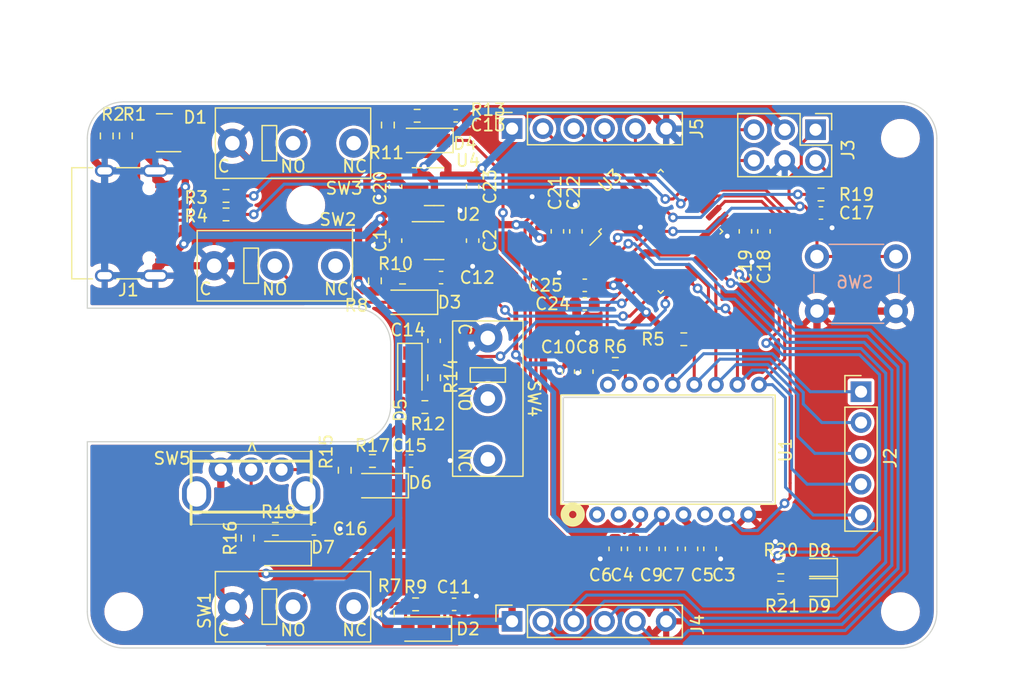
<source format=kicad_pcb>
(kicad_pcb (version 20211014) (generator pcbnew)
  (layers (0 "F.Cu" signal) (31 "B.Cu" signal) (34 "B.Paste" user) (35 "F.Paste" user) (36 "B.SilkS" user "B.Silkscreen") (37 "F.SilkS" user "F.Silkscreen") (38 "B.Mask" user) (39 "F.Mask" user) (44 "Edge.Cuts" user))
  (net 0 "")
  (net 1 "+5V")
  (net 2 "GND")
  (net 3 "+1V8")
  (net 4 "+3V3")
  (net 5 "/sensor/VDDPIX")
  (net 6 "/buttons/LEFT")
  (net 7 "/buttons/MIDDLE")
  (net 8 "/buttons/RIGHT")
  (net 9 "/buttons/CPI")
  (net 10 "/buttons/ZA")
  (net 11 "/buttons/ZB")
  (net 12 "/mcu/RESET")
  (net 13 "/mcu/USB_DM")
  (net 14 "/mcu/USB_DP")
  (net 15 "Net-(D2-Pad2)")
  (net 16 "Net-(D3-Pad2)")
  (net 17 "Net-(D4-Pad2)")
  (net 18 "Net-(D5-Pad2)")
  (net 19 "Net-(D6-Pad2)")
  (net 20 "Net-(D7-Pad2)")
  (net 21 "Net-(D8-Pad2)")
  (net 22 "Net-(D9-Pad2)")
  (net 23 "Net-(J1-PadA5)")
  (net 24 "Net-(J1-PadA6)")
  (net 25 "Net-(J1-PadA7)")
  (net 27 "Net-(J1-PadB5)")
  (net 29 "/mcu/SENSOR_NSS")
  (net 30 "/mcu/SENSOR_MISO")
  (net 31 "/mcu/SENSOR_MOSI")
  (net 32 "/mcu/SENSOR_SCK")
  (net 33 "/mcu/SENSOR_MOTION")
  (net 34 "/mcu/BOOT0")
  (net 35 "/mcu/SWCLK")
  (net 36 "/mcu/SWDIO")
  (net 37 "/mcu/PF0")
  (net 38 "/mcu/PF1")
  (net 39 "/mcu/PB0")
  (net 40 "/mcu/PB1")
  (net 41 "/mcu/PB3")
  (net 42 "/mcu/PB4")
  (net 43 "/mcu/PB5")
  (net 44 "/mcu/PA15")
  (net 45 "Net-(R6-Pad2)")
  (net 46 "/mcu/LED")
  (net 54 "/mcu/SENSOR_RESET")
  (net 59 "Net-(R19-Pad2)")
  (footprint "Resistor_SMD:R_0603_1608Metric" (layer "F.Cu") (at 111.43 89.271)
    (fp_text reference "R4")
    (fp_text value "22")
  )
  (footprint "mouse:mouse_switch" (layer "F.Cu") (at 116.95 121.6)
    (fp_text reference "SW1")
    (fp_text value "SW_Push_SPDT")
  )
  (footprint "Resistor_SMD:R_0603_1608Metric" (layer "F.Cu") (at 113.208 115.941 90)
    (fp_text reference "R16")
    (fp_text value "10k")
  )
  (footprint "Connector_PinSocket_2.54mm:PinSocket_1x06_P2.54mm_Vertical" (layer "F.Cu") (at 135 122.8 90)
    (fp_text reference "J4")
    (fp_text value "Conn_01x06")
  )
  (footprint "mouse:mouse_switch" (layer "F.Cu") (at 133 104.45 -90)
    (fp_text reference "SW4")
    (fp_text value "SW_Push_SPDT")
  )
  (footprint "Diode_SMD:D_SOD-123F" (layer "F.Cu") (at 126.575 102.098 -90)
    (fp_text reference "D5")
    (fp_text value "D")
  )
  (footprint "mouse:mouse_switch" (layer "F.Cu") (at 115.45 93.5)
    (fp_text reference "SW2")
    (fp_text value "SW_Push_SPDT")
  )
  (footprint "Capacitor_SMD:C_0603_1608Metric" (layer "F.Cu") (at 129.147 94.478)
    (fp_text reference "C12")
    (fp_text value "100nF")
  )
  (footprint "Resistor_SMD:R_0603_1608Metric" (layer "F.Cu") (at 103.175 82.794 90)
    (fp_text reference "R1")
    (fp_text value "5k1")
  )
  (footprint "LED_SMD:LED_0603_1608Metric" (layer "F.Cu") (at 160.31875 120.015 180)
    (fp_text reference "D9")
    (fp_text value "LED")
  )
  (footprint "Resistor_SMD:R_0603_1608Metric" (layer "F.Cu") (at 123.698 94.742 90)
    (fp_text reference "R8")
    (fp_text value "10k")
  )
  (footprint "Package_QFP:LQFP-32_7x7mm_P0.8mm" (layer "F.Cu") (at 147.244 90.668 45)
    (fp_text reference "U3")
    (fp_text value "STM32F042K6Tx")
  )
  (footprint "Package_TO_SOT_SMD:SOT-23-5" (layer "F.Cu") (at 128.575 86.985)
    (fp_text reference "U4")
    (fp_text value "TLV70033_SOT23-5")
  )
  (footprint "Resistor_SMD:R_0603_1608Metric" (layer "F.Cu") (at 124.765 122.164 90)
    (fp_text reference "R7")
    (fp_text value "10k")
  )
  (footprint "Resistor_SMD:R_0603_1608Metric" (layer "F.Cu") (at 127.178 81.143)
    (fp_text reference "R13")
    (fp_text value "82k")
  )
  (footprint "mouse:pmw3360-t2qu" (layer "F.Cu") (at 142 114 90)
    (fp_text reference "U1")
    (fp_text value "pmw3360-t2qu")
    (fp_rect (start 1.05 -2.78) (end 9.65 14.48) (layer "Edge.Cuts") (width 0.12) (fill none))
  )
  (footprint "Capacitor_SMD:C_0603_1608Metric" (layer "F.Cu") (at 131.75 86.985 -90)
    (fp_text reference "C23")
    (fp_text value "1μF")
  )
  (footprint "Capacitor_SMD:C_0603_1608Metric" (layer "F.Cu") (at 125.4 91.43 -90)
    (fp_text reference "C1")
    (fp_text value "1μF")
  )
  (footprint "Diode_SMD:D_SOD-123F" (layer "F.Cu") (at 127.813 123.434 180)
    (fp_text reference "D2")
    (fp_text value "D")
  )
  (footprint "Connector_PinSocket_2.54mm:PinSocket_1x06_P2.54mm_Vertical" (layer "F.Cu") (at 135 82.2 90)
    (fp_text reference "J5")
    (fp_text value "Conn_01x06")
  )
  (footprint "Resistor_SMD:R_0603_1608Metric" (layer "F.Cu") (at 115.494 115.179)
    (fp_text reference "R18")
    (fp_text value "82k")
  )
  (footprint "Capacitor_SMD:C_0603_1608Metric" (layer "F.Cu") (at 151.308 116.83 -90)
    (fp_text reference "C3")
    (fp_text value "10μF")
  )
  (footprint "Capacitor_SMD:C_0603_1608Metric" (layer "F.Cu") (at 140.989 96.637 180)
    (fp_text reference "C24")
    (fp_text value "1μF")
  )
  (footprint "Resistor_SMD:R_0603_1608Metric" (layer "F.Cu") (at 128.575 102.733 90)
    (fp_text reference "R14")
    (fp_text value "82k")
  )
  (footprint "Diode_SMD:D_SOD-123F" (layer "F.Cu") (at 126.67 96.51 180)
    (fp_text reference "D3")
    (fp_text value "D")
  )
  (footprint "Capacitor_SMD:C_0603_1608Metric" (layer "F.Cu") (at 148.133 116.83 -90)
    (fp_text reference "C7")
    (fp_text value "10μF")
  )
  (footprint "Resistor_SMD:R_0603_1608Metric" (layer "F.Cu") (at 111.43 87.747)
    (fp_text reference "R3")
    (fp_text value "22")
  )
  (footprint "Resistor_SMD:R_0603_1608Metric" (layer "F.Cu") (at 157.14375 120.015)
    (fp_text reference "R21")
    (fp_text value "220")
  )
  (footprint "Capacitor_SMD:C_0603_1608Metric" (layer "F.Cu") (at 140.259 90.668 90)
    (fp_text reference "C22")
    (fp_text value "100nF")
  )
  (footprint "Capacitor_SMD:C_0603_1608Metric" (layer "F.Cu") (at 154.229 90.668 -90)
    (fp_text reference "C19")
    (fp_text value "100nF")
  )
  (footprint "MountingHole:MountingHole_2.7mm_M2.5" (layer "F.Cu") (at 167 122)
    (fp_text reference "REF**" hide)
    (fp_text value "MountingHole_2.7mm_M2.5")
  )
  (footprint "Capacitor_SMD:C_0603_1608Metric" (layer "F.Cu") (at 118.669 115.179)
    (fp_text reference "C16")
    (fp_text value "100nF")
  )
  (footprint "Package_TO_SOT_SMD:SOT-143" (layer "F.Cu") (at 106.35 82.54 180)
    (fp_text reference "D1")
    (fp_text value "PRTR5V0U2X")
  )
  (footprint "Package_TO_SOT_SMD:SOT-23-5" (layer "F.Cu") (at 128.575 91.43)
    (fp_text reference "U2")
    (fp_text value "TLV70018_SOT23-5")
  )
  (footprint "Capacitor_SMD:C_0603_1608Metric" (layer "F.Cu") (at 155.753 90.668 -90)
    (fp_text reference "C18")
    (fp_text value "4.7μF")
  )
  (footprint "Resistor_SMD:R_0603_1608Metric" (layer "F.Cu") (at 125.972 94.478)
    (fp_text reference "R10")
    (fp_text value "82k")
  )
  (footprint "Diode_SMD:D_SOD-123F" (layer "F.Cu") (at 116.256 117.211 180)
    (fp_text reference "D7")
    (fp_text value "D")
  )
  (footprint "Capacitor_SMD:C_0603_1608Metric" (layer "F.Cu") (at 125.4 86.985 90)
    (fp_text reference "C20")
    (fp_text value "1μF")
  )
  (footprint "Capacitor_SMD:C_0603_1608Metric" (layer "F.Cu") (at 141.16 102.225 -90)
    (fp_text reference "C8")
    (fp_text value "10μF")
  )
  (footprint "Diode_SMD:D_SOD-123F" (layer "F.Cu") (at 124.257 111.623 180)
    (fp_text reference "D6")
    (fp_text value "D")
  )
  (footprint "Capacitor_SMD:C_0603_1608Metric" (layer "F.Cu") (at 126.67 109.591)
    (fp_text reference "C15")
    (fp_text value "100nF")
  )
  (footprint "Resistor_SMD:R_0603_1608Metric" (layer "F.Cu") (at 157.14375 118.364)
    (fp_text reference "R20")
    (fp_text value "220")
  )
  (footprint "mouse:mouse_encoder" (layer "F.Cu") (at 113.5 110.3 180)
    (fp_text reference "SW5")
    (fp_text value "RotaryEncoder")
  )
  (footprint "Diode_SMD:D_SOD-123F" (layer "F.Cu") (at 127.94 83.175 180)
    (fp_text reference "D4")
    (fp_text value "D")
  )
  (footprint "Resistor_SMD:R_0603_1608Metric" (layer "F.Cu") (at 160.452 87.63 180)
    (fp_text reference "R19")
    (fp_text value "10k")
  )
  (footprint "Capacitor_SMD:C_0603_1608Metric" (layer "F.Cu") (at 131.75 91.43 -90)
    (fp_text reference "C2")
    (fp_text value "1μF")
  )
  (footprint "Capacitor_SMD:C_0603_1608Metric" (layer "F.Cu") (at 145.022 116.83 -90)
    (fp_text reference "C4")
    (fp_text value "4.7μF")
  )
  (footprint "Resistor_SMD:R_0603_1608Metric" (layer "F.Cu") (at 124.765 81.905 90)
    (fp_text reference "R11")
    (fp_text value "10k")
  )
  (footprint "Capacitor_SMD:C_0603_1608Metric" (layer "F.Cu") (at 140.989 95.113 180)
    (fp_text reference "C25")
    (fp_text value "10nF")
  )
  (footprint "Resistor_SMD:R_0603_1608Metric" (layer "F.Cu") (at 149.149 99.558)
    (fp_text reference "R5")
    (fp_text value "10k")
  )
  (footprint "Capacitor_SMD:C_0603_1608Metric" (layer "F.Cu") (at 139.636 102.225 -90)
    (fp_text reference "C10")
    (fp_text value "100nF")
  )
  (footprint "Capacitor_SMD:C_0603_1608Metric" (layer "F.Cu") (at 130.226 121.402)
    (fp_text reference "C11")
    (fp_text value "100nF")
  )
  (footprint "Resistor_SMD:R_0603_1608Metric" (layer "F.Cu") (at 123.495 109.591)
    (fp_text reference "R17")
    (fp_text value "82k")
  )
  (footprint "Connector_PinHeader_2.54mm:PinHeader_2x03_P2.54mm_Vertical" (layer "F.Cu") (at 160.005 82.291 -90)
    (fp_text reference "J3")
    (fp_text value "Conn_02x03_Counter_Clockwise")
  )
  (footprint "LED_SMD:LED_0603_1608Metric" (layer "F.Cu") (at 160.31875 118.364 180)
    (fp_text reference "D8")
    (fp_text value "LED")
  )
  (footprint "MountingHole:MountingHole_2.7mm_M2.5" (layer "F.Cu") (at 118 88.5)
    (fp_text reference "REF**" hide)
    (fp_text value "MountingHole_2.7mm_M2.5")
  )
  (footprint "Resistor_SMD:R_0603_1608Metric" (layer "F.Cu") (at 127.051 121.402)
    (fp_text reference "R9")
    (fp_text value "82k")
  )
  (footprint "Resistor_SMD:R_0603_1608Metric" (layer "F.Cu") (at 127.813 105.146 180)
    (fp_text reference "R12")
    (fp_text value "10k")
  )
  (footprint "MountingHole:MountingHole_2.7mm_M2.5" (layer "F.Cu") (at 103 122)
    (fp_text reference "REF**" hide)
    (fp_text value "MountingHole_2.7mm_M2.5")
  )
  (footprint "Resistor_SMD:R_0603_1608Metric" (layer "F.Cu") (at 101.6 82.804 90)
    (fp_text reference "R2")
    (fp_text value "5k1")
  )
  (footprint "Capacitor_SMD:C_0603_1608Metric" (layer "F.Cu") (at 143.498 116.83 -90)
    (fp_text reference "C6")
    (fp_text value "100nF")
  )
  (footprint "MountingHole:MountingHole_2.7mm_M2.5" (layer "F.Cu") (at 167 83)
    (fp_text reference "REF**" hide)
    (fp_text value "MountingHole_2.7mm_M2.5")
  )
  (footprint "Capacitor_SMD:C_0603_1608Metric" (layer "F.Cu") (at 130.353 81.143)
    (fp_text reference "C13")
    (fp_text value "100nF")
  )
  (footprint "Capacitor_SMD:C_0603_1608Metric" (layer "F.Cu") (at 160.452 89.154)
    (fp_text reference "C17")
    (fp_text value "100nF")
  )
  (footprint "Connector_PinHeader_2.54mm:PinHeader_1x05_P2.54mm_Vertical" (layer "F.Cu") (at 163.754 103.881)
    (fp_text reference "J2")
    (fp_text value "Conn_01x05")
  )
  (footprint "Connector_USB:USB_C_Receptacle_XKB_U262-16XN-4BVC11" (layer "F.Cu") (at 102.5 90 -90)
    (fp_text reference "J1")
    (fp_text value "USB_C_Receptacle_USB2.0")
  )
  (footprint "Capacitor_SMD:C_0603_1608Metric" (layer "F.Cu") (at 128.575 99.685 90)
    (fp_text reference "C14")
    (fp_text value "100nF")
  )
  (footprint "Capacitor_SMD:C_0603_1608Metric" (layer "F.Cu") (at 146.609 116.83 -90)
    (fp_text reference "C9")
    (fp_text value "100nF")
  )
  (footprint "Capacitor_SMD:C_0603_1608Metric" (layer "F.Cu") (at 138.735 90.668 90)
    (fp_text reference "C21")
    (fp_text value "4.7μF")
  )
  (footprint "Resistor_SMD:R_0603_1608Metric" (layer "F.Cu") (at 121.209 110.353 90)
    (fp_text reference "R15")
    (fp_text value "10k")
  )
  (footprint "mouse:mouse_switch" (layer "F.Cu") (at 116.95 83.4)
    (fp_text reference "SW3")
    (fp_text value "SW_Push_SPDT")
  )
  (footprint "Resistor_SMD:R_0603_1608Metric" (layer "F.Cu") (at 143.51 101.59)
    (fp_text reference "R6")
    (fp_text value "39")
  )
  (footprint "Capacitor_SMD:C_0603_1608Metric" (layer "F.Cu") (at 149.784 116.83 -90)
    (fp_text reference "C5")
    (fp_text value "100nF")
  )
  (footprint "Button_Switch_THT:SW_PUSH_6mm" (layer "B.Cu") (at 160.123 97.236)
    (fp_text reference "SW6")
    (fp_text value "SW_Push")
  )
  (gr_line (start 125 105) (end 125 100) (layer "Edge.Cuts") (width 0.1))
  (gr_arc (start 122 97) (mid 124.12132 97.87868) (end 125 100) (layer "Edge.Cuts") (width 0.1))
  (gr_line (start 170 83) (end 170 122) (layer "Edge.Cuts") (width 0.1))
  (gr_line (start 100 108) (end 122 108) (layer "Edge.Cuts") (width 0.1))
  (gr_line (start 103 80) (end 167 80) (layer "Edge.Cuts") (width 0.1))
  (gr_line (start 100 83) (end 100 97) (layer "Edge.Cuts") (width 0.1))
  (gr_arc (start 170 122) (mid 169.12132 124.12132) (end 167 125) (layer "Edge.Cuts") (width 0.1))
  (gr_arc (start 100 83) (mid 100.87868 80.87868) (end 103 80) (layer "Edge.Cuts") (width 0.1))
  (gr_arc (start 125 105) (mid 124.12132 107.12132) (end 122 108) (layer "Edge.Cuts") (width 0.1))
  (gr_line (start 122 97) (end 100 97) (layer "Edge.Cuts") (width 0.1))
  (gr_arc (start 167 80) (mid 169.12132 80.87868) (end 170 83) (layer "Edge.Cuts") (width 0.1))
  (gr_line (start 100 108) (end 100 122) (layer "Edge.Cuts") (width 0.1))
  (gr_line (start 167 125) (end 103 125) (layer "Edge.Cuts") (width 0.1))
  (gr_arc (start 103 125) (mid 100.87868 124.12132) (end 100 122) (layer "Edge.Cuts") (width 0.1))
  (segment (start 105.35 83.49) (end 105.4 83.49) (width 0.6) (layer "F.Cu") (net 1))
  (segment (start 107.244 92.4) (end 106.17 92.4) (width 0.6) (layer "F.Cu") (net 1))
  (segment (start 127.762 85.344) (end 127.4375 85.6685) (width 0.6) (layer "F.Cu") (net 1))
  (segment (start 107.188 84.582) (end 108.072 85.466) (width 0.6) (layer "F.Cu") (net 1))
  (segment (start 128.069239 87.935) (end 127.4375 87.935) (width 0.6) (layer "F.Cu") (net 1))
  (segment (start 124.138643 89.645443) (end 125.1482 90.655) (width 0.6) (layer "F.Cu") (net 1))
  (segment (start 128.6 91.849239) (end 128.069239 92.38) (width 0.6) (layer "F.Cu") (net 1))
  (segment (start 128.069239 86.035) (end 128.6 86.565761) (width 0.6) (layer "F.Cu") (net 1))
  (segment (start 106.492 84.582) (end 107.188 84.582) (width 0.6) (layer "F.Cu") (net 1))
  (segment (start 107.472 87.6) (end 106.17 87.6) (width 0.6) (layer "F.Cu") (net 1))
  (segment (start 108.072 87) (end 107.472 87.6) (width 0.6) (layer "F.Cu") (net 1))
  (segment (start 125.4 87.76) (end 125.575 87.935) (width 0.6) (layer "F.Cu") (net 1))
  (segment (start 128.6 87.404239) (end 128.069239 87.935) (width 0.6) (layer "F.Cu") (net 1))
  (segment (start 108.072 85.466) (end 108.072 87) (width 0.6) (layer "F.Cu") (net 1))
  (segment (start 125.1482 90.655) (end 125.4 90.655) (width 0.6) (layer "F.Cu") (net 1))
  (segment (start 125.575 87.935) (end 127.4375 87.935) (width 0.6) (layer "F.Cu") (net 1))
  (segment (start 128.069239 92.38) (end 127.4375 92.38) (width 0.6) (layer "F.Cu") (net 1))
  (segment (start 107.95 91.694) (end 107.244 92.4) (width 0.6) (layer "F.Cu") (net 1))
  (segment (start 128.069239 90.48) (end 128.6 91.010761) (width 0.6) (layer "F.Cu") (net 1))
  (segment (start 125.4 90.655) (end 125.575 90.48) (width 0.6) (layer "F.Cu") (net 1))
  (segment (start 105.4 83.49) (end 106.492 84.582) (width 0.6) (layer "F.Cu") (net 1))
  (segment (start 127.4375 86.035) (end 128.069239 86.035) (width 0.6) (layer "F.Cu") (net 1))
  (segment (start 125.4 88.384086) (end 125.4 87.76) (width 0.6) (layer "F.Cu") (net 1))
  (segment (start 124.138643 89.645443) (end 125.4 88.384086) (width 0.6) (layer "F.Cu") (net 1))
  (segment (start 127.4375 85.6685) (end 127.4375 86.035) (width 0.6) (layer "F.Cu") (net 1))
  (segment (start 125.575 90.48) (end 127.4375 90.48) (width 0.6) (layer "F.Cu") (net 1))
  (segment (start 128.6 91.010761) (end 128.6 91.849239) (width 0.6) (layer "F.Cu") (net 1))
  (segment (start 128.6 86.565761) (end 128.6 87.404239) (width 0.6) (layer "F.Cu") (net 1))
  (segment (start 127.4375 90.48) (end 128.069239 90.48) (width 0.6) (layer "F.Cu") (net 1))
  (via (at 108.072 87) (size 0.8) (drill 0.4) (layers "F.Cu" "B.Cu") (net 1))
  (via (at 107.95 91.694) (size 0.8) (drill 0.4) (layers "F.Cu" "B.Cu") (net 1))
  (via (at 127.762 85.344) (size 0.8) (drill 0.4) (layers "F.Cu" "B.Cu") (net 1))
  (via (at 124.138643 89.645443) (size 0.8) (drill 0.4) (layers "F.Cu" "B.Cu") (net 1))
  (segment (start 122.784086 91) (end 108.644 91) (width 0.6) (layer "B.Cu") (net 1))
  (segment (start 108.644 91) (end 108.644 90.864) (width 0.6) (layer "B.Cu") (net 1))
  (segment (start 127.762 85.344) (end 132.334 80.772) (width 0.6) (layer "B.Cu") (net 1))
  (segment (start 108.644 91) (end 107.95 91.694) (width 0.6) (layer "B.Cu") (net 1))
  (segment (start 108.644 90.864) (end 108.072 90.292) (width 0.6) (layer "B.Cu") (net 1))
  (segment (start 132.334 80.772) (end 155.946 80.772) (width 0.6) (layer "B.Cu") (net 1))
  (segment (start 108.072 87) (end 108.072 90.292) (width 0.6) (layer "B.Cu") (net 1))
  (segment (start 155.946 80.772) (end 157.465 82.291) (width 0.6) (layer "B.Cu") (net 1))
  (segment (start 124.138643 89.645443) (end 122.784086 91) (width 0.6) (layer "B.Cu") (net 1))
  (segment (start 108.072 90.292) (end 108.072 91.572) (width 0.6) (layer "B.Cu") (net 1))
  (segment (start 108.072 91.572) (end 107.95 91.694) (width 0.6) (layer "B.Cu") (net 1))
  (segment (start 115.2144 86.6644) (end 111.95 83.4) (width 0.6) (layer "F.Cu") (net 2))
  (segment (start 145.022 117.605) (end 146.609 117.605) (width 0.6) (layer "F.Cu") (net 2))
  (segment (start 161.3662 90.3732) (end 161.3662 89.2932) (width 0.6) (layer "F.Cu") (net 2))
  (segment (start 142.2654 117.6528) (end 143.4502 117.6528) (width 0.6) (layer "F.Cu") (net 2))
  (segment (start 152.7302 91.059) (end 153.845 91.059) (width 0.6) (layer "F.Cu") (net 2))
  (segment (start 148.133 117.605) (end 149.784 117.605) (width 0.6) (layer "F.Cu") (net 2))
  (segment (start 123.9266 86.9442) (end 124.6608 86.21) (width 0.6) (layer "F.Cu") (net 2))
  (segment (start 136.652 87.8078) (end 136.652 86.667) (width 0.6) (layer "F.Cu") (net 2))
  (segment (start 141.16 103) (end 141.0746 103) (width 0.6) (layer "F.Cu") (net 2))
  (segment (start 152.1387 117.605) (end 152.1865 117.6528) (width 0.6) (layer "F.Cu") (net 2))
  (segment (start 103.175 81.969) (end 103.756 82.55) (width 0.6) (layer "F.Cu") (net 2))
  (segment (start 131.7498 92.2052) (end 131.75 92.205) (width 0.6) (layer "F.Cu") (net 2))
  (segment (start 130.7084 88.8016) (end 131.75 87.76) (width 0.6) (layer "F.Cu") (net 2))
  (segment (start 131.128 81.143) (end 132.0392 81.143) (width 0.6) (layer "F.Cu") (net 2))
  (segment (start 140.208 89.842) (end 140.259 89.893) (width 0.6) (layer "F.Cu") (net 2))
  (segment (start 130.82 94.478) (end 131.7498 93.5482) (width 0.6) (layer "F.Cu") (net 2))
  (segment (start 154.229 91.443) (end 155.753 91.443) (width 0.6) (layer "F.Cu") (net 2))
  (segment (start 132.0546 122.881019) (end 130.451619 124.484) (width 0.6) (layer "F.Cu") (net 2))
  (segment (start 132.46 98.91) (end 133 99.45) (width 0.6) (layer "F.Cu") (net 2))
  (segment (start 146.0908 124.4092) (end 147.7 122.8) (width 0.6) (layer "F.Cu") (net 2))
  (segment (start 139.636 103) (end 141.16 103) (width 0.6) (layer "F.Cu") (net 2))
  (segment (start 119.444 115.179) (end 120.821 115.179) (width 0.6) (layer "F.Cu") (net 2))
  (segment (start 104.199942 83.760058) (end 104.199942 82.863942) (width 0.6) (layer "F.Cu") (net 2))
  (segment (start 154.46 114) (end 158.8722 114) (width 0.6) (layer "F.Cu") (net 2))
  (segment (start 131.3788 121.402) (end 132.0546 120.7262) (width 0.6) (layer "F.Cu") (net 2))
  (segment (start 129.8956 113.2586) (end 129.8956 109.5502) (width 0.6) (layer "F.Cu") (net 2))
  (segment (start 105.605 85.165116) (end 104.199942 83.760058) (width 0.6) (layer "F.Cu") (net 2))
  (segment (start 103.756 82.55) (end 103.886 82.55) (width 0.6) (layer "F.Cu") (net 2))
  (segment (start 100.625 82.954) (end 100.625 84.88) (width 0.6) (layer "F.Cu") (net 2))
  (segment (start 131.001 121.402) (end 131.3788 121.402) (width 0.6) (layer "F.Cu") (net 2))
  (segment (start 126.175 91.43) (end 127.4375 91.43) (width 0.6) (layer "F.Cu") (net 2))
  (segment (start 154.7368 93.218) (end 154.7622 93.1926) (width 0.6) (layer "F.Cu") (net 2))
  (segment (start 125.016 91.821) (end 125.4 92.205) (width 0.6) (layer "F.Cu") (net 2))
  (segment (start 146.272 80.772) (end 147.7 82.2) (width 0.6) (layer "F.Cu") (net 2))
  (segment (start 132.0392 81.143) (end 132.4102 80.772) (width 0.6) (layer "F.Cu") (net 2))
  (segment (start 105.999316 82.55) (end 106.739316 83.29) (width 0.6) (layer "F.Cu") (net 2))
  (segment (start 158.8722 114) (end 156.6926 116.1796) (width 0.6) (layer "F.Cu") (net 2))
  (segment (start 123.9266 87.757) (end 123.9266 86.9442) (width 0.6) (layer "F.Cu") (net 2))
  (segment (start 133.582781 124.4092) (end 146.0908 124.4092) (width 0.6) (layer "F.Cu") (net 2))
  (segment (start 151.308 117.605) (end 152.1387 117.605) (width 0.6) (layer "F.Cu") (net 2))
  (segment (start 105.605 85.68) (end 105.605 86.085) (width 0.6) (layer "F.Cu") (net 2))
  (segment (start 140.208 88.4715) (end 140.208 89.842) (width 0.6) (layer "F.Cu") (net 2))
  (segment (start 127.9752 115.179) (end 129.8956 113.2586) (width 0.6) (layer "F.Cu") (net 2))
  (segment (start 161.10625 116.52925) (end 161.10625 118.364) (width 0.6) (layer "F.Cu") (net 2))
  (segment (start 140.214 96.637) (end 140.214 95.113) (width 0.6) (layer "F.Cu") (net 2))
  (segment (start 140.208 88.4715) (end 141.087702 88.4715) (width 0.6) (layer "F.Cu") (net 2))
  (segment (start 143.498 117.605) (end 145.022 117.605) (width 0.6) (layer "F.Cu") (net 2))
  (segment (start 110.45 93.5) (end 107.978 93.5) (width 0.6) (layer "F.Cu") (net 2))
  (segment (start 105.605 93.915) (end 106.17 93.35) (width 0.6) (layer "F.Cu") (net 2))
  (segment (start 146.609 117.605) (end 148.133 117.605) (width 0.6) (layer "F.Cu") (net 2))
  (segment (start 111 120.65) (end 111.95 121.6) (width 0.6) (layer "F.Cu") (net 2))
  (segment (start 129.922 94.478) (end 130.82 94.478) (width 0.6) (layer "F.Cu") (net 2))
  (segment (start 111 120.65) (end 111 110.3) (width 0.6) (layer "F.Cu") (net 2))
  (segment (start 123.571 91.821) (end 125.016 91.821) (width 0.6) (layer "F.Cu") (net 2))
  (segment (start 103.886 82.55) (end 105.999316 82.55) (width 0.6) (layer "F.Cu") (net 2))
  (segment (start 152.193872 91.640272) (end 153.7716 93.218) (width 0.6) (layer "F.Cu") (net 2))
  (segment (start 128.575 98.91) (end 132.46 98.91) (width 0.6) (layer "F.Cu") (net 2))
  (segment (start 101.6 81.979) (end 100.625 82.954) (width 0.6) (layer "F.Cu") (net 2))
  (segment (start 110.45 93.5) (end 112.2654 93.5) (width 0.6) (layer "F.Cu") (net 2))
  (segment (start 152.7302 91.059) (end 152.17607 91.61313) (width 0.6) (layer "F.Cu") (net 2))
  (segment (start 140.3858 99.0346) (end 140.3858 96.8088) (width 0.6) (layer "F.Cu") (net 2))
  (segment (start 104.199942 82.863942) (end 103.886 82.55) (width 0.6) (layer "F.Cu") (net 2))
  (segment (start 124.0028 87.8332) (end 123.9266 87.757) (width 0.6) (layer "F.Cu") (net 2))
  (segment (start 161.10625 118.364) (end 161.10625 120.015) (width 0.6) (layer "F.Cu") (net 2))
  (segment (start 125.4 92.205) (end 126.175 91.43) (width 0.6) (layer "F.Cu") (net 2))
  (segment (start 138.735 89.893) (end 140.259 89.893) (width 0.6) (layer "F.Cu") (net 2))
  (segment (start 106.739316 83.29) (end 107.35 83.29) (width 0.6) (layer "F.Cu") (net 2))
  (segment (start 152.17607 91.61313) (end 152.17607 91.640272) (width 0.6) (layer "F.Cu") (net 2))
  (segment (start 153.7716 93.218) (end 154.7368 93.218) (width 0.6) (layer "F.Cu") (net 2))
  (segment (start 100.625 84.88) (end 101.425 85.68) (width 0.6) (layer "F.Cu") (net 2))
  (segment (start 153.845 91.059) (end 154.229 91.443) (width 0.6) (layer "F.Cu") (net 2))
  (segment (start 127.4858 109.5502) (end 127.445 109.591) (width 0.6) (layer "F.Cu") (net 2))
  (segment (start 161.3662 89.2932) (end 161.227 89.154) (width 0.6) (layer "F.Cu") (net 2))
  (segment (start 105.605 85.68) (end 105.605 85.165116) (width 0.6) (layer "F.Cu") (net 2))
  (segment (start 160.123 97.236) (end 166.623 97.236) (width 0.6) (layer "F.Cu") (net 2))
  (segment (start 107.678 93.2) (end 106.17 93.2) (width 0.6) (layer "F.Cu") (net 2))
  (segment (start 105.605 94.32) (end 105.605 93.915) (width 0.6) (layer "F.Cu") (net 2))
  (segment (start 136.652 86.667) (end 131.128 81.143) (width 0.6) (layer "F.Cu") (net 2))
  (segment (start 152.17607 91.640272) (end 152.193872 91.640272) (width 0.6) (layer "F.Cu") (net 2))
  (segment (start 141.0746 103) (end 140.4112 102.3366) (width 0.6) (layer "F.Cu") (net 2))
  (segment (start 130.451619 124.484) (end 114.834 124.484) (width 0.6) (layer "F.Cu") (net 2))
  (segment (start 115.2144 90.551) (end 115.2144 86.6644) (width 0.6) (layer "F.Cu") (net 2))
  (segment (start 142.901575 90.285373) (end 142.31193 89.695728) (width 0.6) (layer "F.Cu") (net 2))
  (segment (start 158.8722 114) (end 160.123 112.7492) (width 0.6) (layer "F.Cu") (net 2))
  (segment (start 124.6608 86.21) (end 125.4 86.21) (width 0.6) (layer "F.Cu") (net 2))
  (segment (start 131.7498 93.5482) (end 131.7498 92.2052) (width 0.6) (layer "F.Cu") (net 2))
  (segment (start 145.5674 90.3224) (end 145.530373 90.285373) (width 0.6) (layer "F.Cu") (net 2))
  (segment (start 114.834 124.484) (end 111.95 121.6) (width 0.6) (layer "F.Cu") (net 2))
  (segment (start 156.6926 116.1796) (end 156.6926 116.2304) (width 0.6) (layer "F.Cu") (net 2))
  (segment (start 107.978 93.5) (end 107.678 93.2) (width 0.6) (layer "F.Cu") (net 2))
  (segment (start 130.7084 88.9508) (end 130.7084 88.8016) (width 0.6) (layer "F.Cu") (net 2))
  (segment (start 125.4 86.21) (end 126.175 86.985) (width 0.6) (layer "F.Cu") (net 2))
  (segment (start 126.175 86.985) (end 127.4375 86.985) (width 0.6) (layer "F.Cu") (net 2))
  (segment (start 101.6 81.979) (end 103.165 81.979) (width 0.6) (layer "F.Cu") (net 2))
  (segment (start 103.165 81.979) (end 103.175 81.969) (width 0.6) (layer "F.Cu") (net 2))
  (segment (start 141.087702 88.4715) (end 142.31193 89.695728) (width 0.6) (layer "F.Cu") (net 2))
  (segment (start 139.9186 95.113) (end 138.8872 94.0816) (width 0.6) (layer "F.Cu") (net 2))
  (segment (start 149.784 117.605) (end 151.308 117.605) (width 0.6) (layer "F.Cu") (net 2))
  (segment (start 160.123 112.7492) (end 160.123 115.546) (width 0.6) (layer "F.Cu") (net 2))
  (segment (start 145.530373 90.285373) (end 142.901575 90.285373) (width 0.6) (layer "F.Cu") (net 2))
  (segment (start 140.3858 96.8088) (end 140.214 96.637) (width 0.6) (layer "F.Cu") (net 2))
  (segment (start 105.605 86.085) (end 106.17 86.65) (width 0.6) (layer "F.Cu") (net 2))
  (segment (start 160.123 97.236) (end 160.123 112.7492) (width 0.6) (layer "F.Cu") (net 2))
  (segment (start 132.0546 120.7262) (end 132.0546 122.881019) (width 0.6) (layer "F.Cu") (net 2))
  (segment (start 132.0546 122.881019) (end 133.582781 124.4092) (width 0.6) (layer "F.Cu") (net 2))
  (segment (start 132.4102 80.772) (end 146.272 80.772) (width 0.6) (layer "F.Cu") (net 2))
  (segment (start 120.821 115.179) (end 127.9752 115.179) (width 0.6) (layer "F.Cu") (net 2))
  (segment (start 143.4502 117.6528) (end 143.498 117.605) (width 0.6) (layer "F.Cu") (net 2))
  (segment (start 112.2654 93.5) (end 115.2144 90.551) (width 0.6) (layer "F.Cu") (net 2))
  (segment (start 160.123 115.546) (end 161.10625 116.52925) (width 0.6) (layer "F.Cu") (net 2))
  (segment (start 140.214 95.113) (end 139.9186 95.113) (width 0.6) (layer "F.Cu") (net 2))
  (segment (start 129.8956 109.5502) (end 127.4858 109.5502) (width 0.6) (layer "F.Cu") (net 2))
  (via (at 123.571 91.821) (size 0.8) (drill 0.4) (layers "F.Cu" "B.Cu") (net 2))
  (via (at 131.7498 93.5482) (size 0.8) (drill 0.4) (layers "F.Cu" "B.Cu") (net 2))
  (via (at 140.3858 99.0346) (size 0.8) (drill 0.4) (layers "F.Cu" "B.Cu") (net 2))
  (via (at 156.6926 116.2304) (size 0.8) (drill 0.4) (layers "F.Cu" "B.Cu") (net 2))
  (via (at 152.1865 117.6528) (size 0.8) (drill 0.4) (layers "F.Cu" "B.Cu") (net 2))
  (via (at 145.5674 90.3224) (size 0.8) (drill 0.4) (layers "F.Cu" "B.Cu") (net 2))
  (via (at 154.7622 93.1926) (size 0.8) (drill 0.4) (layers "F.Cu" "B.Cu") (net 2))
  (via (at 140.4112 102.3366) (size 0.8) (drill 0.4) (layers "F.Cu" "B.Cu") (net 2))
  (via (at 120.821 115.179) (size 0.8) (drill 0.4) (layers "F.Cu" "B.Cu") (net 2))
  (via (at 129.8956 109.5502) (size 0.8) (drill 0.4) (layers "F.Cu" "B.Cu") (net 2))
  (via (at 161.3662 90.3732) (size 0.8) (drill 0.4) (layers "F.Cu" "B.Cu") (net 2))
  (via (at 136.652 87.8078) (size 0.8) (drill 0.4) (layers "F.Cu" "B.Cu") (net 2))
  (via (at 138.8872 94.0816) (size 0.8) (drill 0.4) (layers "F.Cu" "B.Cu") (net 2))
  (via (at 140.208 88.4715) (size 0.8) (drill 0.4) (layers "F.Cu" "B.Cu") (net 2))
  (via (at 152.7302 91.059) (size 0.8) (drill 0.4) (layers "F.Cu" "B.Cu") (net 2))
  (via (at 124.0028 87.8332) (size 0.8) (drill 0.4) (layers "F.Cu" "B.Cu") (net 2))
  (via (at 132.0546 120.7262) (size 0.8) (drill 0.4) (layers "F.Cu" "B.Cu") (net 2))
  (via (at 130.7084 88.9508) (size 0.8) (drill 0.4) (layers "F.Cu" "B.Cu") (net 2))
  (via (at 142.2654 117.6528) (size 0.8) (drill 0.4) (layers "F.Cu" "B.Cu") (net 2))
  (segment (start 136.652 87.8078) (end 139.5443 87.8078) (width 0.6) (layer "B.Cu") (net 2))
  (segment (start 127.127 88.9508) (end 125.1204 88.9508) (width 0.6) (layer "B.Cu") (net 2))
  (segment (start 131.0984 119.77) (end 132.0546 120.7262) (width 0.6) (layer "B.Cu") (net 2))
  (segment (start 131.0984 99.45) (end 131.0984 108.3474) (width 0.6) (layer "B.Cu") (net 2))
  (segment (start 105.605 85.68) (end 109.67 85.68) (width 0.6) (layer "B.Cu") (net 2))
  (segment (start 109.67 85.68) (end 111.95 83.4) (width 0.6) (layer "B.Cu") (net 2))
  (segment (start 131.0984 108.3474) (end 131.0984 115.452) (width 0.6) (layer "B.Cu") (net 2))
  (segment (start 125.1204 88.9508) (end 124.0028 87.8332) (width 0.6) (layer "B.Cu") (net 2))
  (segment (start 125.1966 93.5482) (end 131.0984 99.45) (width 0.6) (layer "B.Cu") (net 2))
  (segment (start 139.5443 87.8078) (end 140.208 88.4715) (width 0.6) (layer "B.Cu") (net 2))
  (segment (start 131.0984 115.452) (end 132.7658 117.1194) (width 0.6) (layer "B.Cu") (net 2))
  (segment (start 138.14202 89.29782) (end 136.652 87.8078) (width 0.6) (layer "B.Cu") (net 2))
  (segment (start 123.571 91.821) (end 124.2568 91.821) (width 0.6) (layer "B.Cu") (net 2))
  (segment (start 119.497 115.179) (end 118.618 114.3) (width 0.6) (layer "B.Cu") (net 2))
  (segment (start 152.0124 86.5124) (end 147.7 82.2) (width 0.6) (layer "B.Cu") (net 2))
  (segment (start 118.618 114.3) (end 115 114.3) (width 0.6) (layer "B.Cu") (net 2))
  (segment (start 138.14202 91.584193) (end 138.14202 89.29782) (width 0.6) (layer "B.Cu") (net 2))
  (segment (start 131.0984 115.452) (end 131.0984 119.77) (width 0.6) (layer "B.Cu") (net 2))
  (segment (start 101.425 85.68) (end 105.605 85.68) (width 0.6) (layer "B.Cu") (net 2))
  (segment (start 123.571 91.821) (end 123.571 91.9226) (width 0.6) (layer "B.Cu") (net 2))
  (segment (start 155.7836 86.5124) (end 152.0124 86.5124) (width 0.6) (layer "B.Cu") (net 2))
  (segment (start 125.1966 93.5482) (end 131.7498 93.5482) (width 0.6) (layer "B.Cu") (net 2))
  (segment (start 131.0984 108.3474) (end 129.8956 109.5502) (width 0.6) (layer "B.Cu") (net 2))
  (segment (start 130.7084 88.9508) (end 132.0038 88.9508) (width 0.6) (layer "B.Cu") (net 2))
  (segment (start 132.0038 88.9508) (end 133.1468 87.8078) (width 0.6) (layer "B.Cu") (net 2))
  (segment (start 152.7302 91.059) (end 160.6804 91.059) (width 0.6) (layer "B.Cu") (net 2))
  (segment (start 138.1252 91.601013) (end 138.14202 91.584193) (width 0.6) (layer "B.Cu") (net 2))
  (segment (start 115 114.3) (end 111 110.3) (width 0.6) (layer "B.Cu") (net 2))
  (segment (start 123.55 91.8) (end 112.15 91.8) (width 0.6) (layer "B.Cu") (net 2))
  (segment (start 120.821 115.179) (end 119.497 115.179) (width 0.6) (layer "B.Cu") (net 2))
  (segment (start 152.7302 91.059) (end 152.2212 91.568) (width 0.6) (layer "B.Cu") (net 2))
  (segment (start 127.127 88.9508) (end 130.7084 88.9508) (width 0.6) (layer "B.Cu") (net 2))
  (segment (start 152.2212 91.568) (end 146.813 91.568) (width 0.6) (layer "B.Cu") (net 2))
  (segment (start 112.15 91.8) (end 110.45 93.5) (width 0.6) (layer "B.Cu") (net 2))
  (segment (start 123.571 91.821) (end 123.55 91.8) (width 0.6) (layer "B.Cu") (net 2))
  (segment (start 160.6804 91.059) (end 161.3662 90.3732) (width 0.6) (layer "B.Cu") (net 2))
  (segment (start 131.0984 99.45) (end 133 99.45) (width 0.6) (layer "B.Cu") (net 2))
  (segment (start 101.425 94.32) (end 105.605 94.32) (width 0.6) (layer "B.Cu") (net 2))
  (segment (start 156.6926 116.2304) (end 155.2702 117.6528) (width 0.6) (layer "B.Cu") (net 2))
  (segment (start 157.465 84.831) (end 155.7836 86.5124) (width 0.6) (layer "B.Cu") (net 2))
  (segment (start 161.3662 90.3732) (end 161.3662 88.7322) (width 0.6) (layer "B.Cu") (net 2))
  (segment (start 155.2702 117.6528) (end 142.2654 117.6528) (width 0.6) (layer "B.Cu") (net 2))
  (segment (start 133.2992 117.6528) (end 142.2654 117.6528) (width 0.6) (layer "B.Cu") (net 2))
  (segment (start 140.4112 99.06) (end 140.3858 99.0346) (width 0.6) (layer "B.Cu") (net 2))
  (segment (start 154.7622 93.1926) (end 156.0796 93.1926) (width 0.6) (layer "B.Cu") (net 2))
  (segment (start 140.4112 102.3366) (end 140.4112 99.06) (width 0.6) (layer "B.Cu") (net 2))
  (segment (start 138.8872 94.0816) (end 138.1252 93.3196) (width 0.6) (layer "B.Cu") (net 2))
  (segment (start 161.3662 88.7322) (end 157.465 84.831) (width 0.6) (layer "B.Cu") (net 2))
  (segment (start 146.813 91.568) (end 145.5674 90.3224) (width 0.6) (layer "B.Cu") (net 2))
  (segment (start 138.1252 93.3196) (end 138.1252 91.601013) (width 0.6) (layer "B.Cu") (net 2))
  (segment (start 101.425 85.68) (end 101.425 94.32) (width 0.6) (layer "B.Cu") (net 2))
  (segment (start 124.2568 91.821) (end 127.127 88.9508) (width 0.6) (layer "B.Cu") (net 2))
  (segment (start 132.7658 117.1194) (end 133.2992 117.6528) (width 0.6) (layer "B.Cu") (net 2))
  (segment (start 133.1468 87.8078) (end 136.652 87.8078) (width 0.6) (layer "B.Cu") (net 2))
  (segment (start 123.571 91.9226) (end 125.1966 93.5482) (width 0.6) (layer "B.Cu") (net 2))
  (segment (start 156.0796 93.1926) (end 160.123 97.236) (width 0.6) (layer "B.Cu") (net 2))
  (segment (start 135.306 94.211) (end 131.75 90.655) (width 0.4) (layer "F.Cu") (net 3))
  (segment (start 141.16 101.45) (end 142.545 101.45) (width 0.4) (layer "F.Cu") (net 3))
  (segment (start 146.609 115.941) (end 147.34 115.21) (width 0.4) (layer "F.Cu") (net 3))
  (segment (start 146.609 116.055) (end 146.609 115.941) (width 0.4) (layer "F.Cu") (net 3))
  (segment (start 139.636 101.45) (end 141.16 101.45) (width 0.4) (layer "F.Cu") (net 3))
  (segment (start 138.926284 102.090557) (end 138.995443 102.090557) (width 0.4) (layer "F.Cu") (net 3))
  (segment (start 131.575 90.48) (end 131.75 90.655) (width 0.4) (layer "F.Cu") (net 3))
  (segment (start 138.995443 102.090557) (end 139.636 101.45) (width 0.4) (layer "F.Cu") (net 3))
  (segment (start 135.310299 100.832299) (end 135.306 100.828) (width 0.4) (layer "F.Cu") (net 3))
  (segment (start 142.545 101.45) (end 142.685 101.59) (width 0.4) (layer "F.Cu") (net 3))
  (segment (start 146.609 116.055) (end 148.133 116.055) (width 0.4) (layer "F.Cu") (net 3))
  (segment (start 129.7125 90.48) (end 131.575 90.48) (width 0.4) (layer "F.Cu") (net 3))
  (segment (start 147.34 115.21) (end 147.34 114) (width 0.4) (layer "F.Cu") (net 3))
  (segment (start 135.306 100.828) (end 135.306 94.211) (width 0.4) (layer "F.Cu") (net 3))
  (via (at 135.310299 100.832299) (size 0.8) (drill 0.4) (layers "F.Cu" "B.Cu") (net 3))
  (via (at 138.926284 102.090557) (size 0.8) (drill 0.4) (layers "F.Cu" "B.Cu") (net 3))
  (segment (start 135.310299 100.832299) (end 136.068 101.59) (width 0.4) (layer "B.Cu") (net 3))
  (segment (start 139.624 115.306) (end 146.034 115.306) (width 0.4) (layer "B.Cu") (net 3))
  (segment (start 136.068 101.59) (end 138.43 103.952) (width 0.4) (layer "B.Cu") (net 3))
  (segment (start 146.034 115.306) (end 147.34 114) (width 0.4) (layer "B.Cu") (net 3))
  (segment (start 138.43 114.112) (end 139.624 115.306) (width 0.4) (layer "B.Cu") (net 3))
  (segment (start 138.425727 101.59) (end 136.068 101.59) (width 0.4) (layer "B.Cu") (net 3))
  (segment (start 138.926284 102.090557) (end 138.425727 101.59) (width 0.4) (layer "B.Cu") (net 3))
  (segment (start 138.43 103.952) (end 138.43 114.112) (width 0.4) (layer "B.Cu") (net 3))
  (segment (start 153.086 118.354) (end 152.07 119.37) (width 0.6) (layer "F.Cu") (net 4))
  (segment (start 142.31193 91.640272) (end 140.456272 91.640272) (width 0.6) (layer "F.Cu") (net 4))
  (segment (start 154.229 89.893) (end 155.753 89.893) (width 0.6) (layer "F.Cu") (net 4))
  (segment (start 125.136 83.520022) (end 124.765 83.149022) (width 0.6) (layer "F.Cu") (net 4))
  (segment (start 128.778 84.328) (end 129.7125 85.2625) (width 0.6) (layer "F.Cu") (net 4))
  (segment (start 127.686 107.178) (end 128.638 106.226) (width 0.6) (layer "F.Cu") (net 4))
  (segment (start 131.763 86.21) (end 132.512 85.461) (width 0.6) (layer "F.Cu") (net 4))
  (segment (start 119.888 110.49) (end 120.576 111.178) (width 0.6) (layer "F.Cu") (net 4))
  (segment (start 125.654 106.756) (end 123.794 108.616) (width 0.6) (layer "F.Cu") (net 4))
  (segment (start 123.0376 86.4264) (end 125.136 84.328) (width 0.6) (layer "F.Cu") (net 4))
  (segment (start 156.31875 120.015) (end 154.747 120.015) (width 0.6) (layer "F.Cu") (net 4))
  (segment (start 122.352 95.174) (end 122.745 95.567) (width 0.6) (layer "F.Cu") (net 4))
  (segment (start 124.765 82.73) (end 124.765 83.149022) (width 0.6) (layer "F.Cu") (net 4))
  (segment (start 125.654 106.53624) (end 125.654 106.756) (width 0.6) (layer "F.Cu") (net 4))
  (segment (start 154.229 89.893) (end 152.373342 89.893) (width 0.6) (layer "F.Cu") (net 4))
  (segment (start 144.574672 93.845328) (end 145.974 92.446) (width 0.6) (layer "F.Cu") (net 4))
  (segment (start 138.748 91.443) (end 141.764 94.459) (width 0.6) (layer "F.Cu") (net 4))
  (segment (start 135 122.8) (end 135 116.88208) (width 0.6) (layer "F.Cu") (net 4))
  (segment (start 129.7125 86.035) (end 131.575 86.035) (width 0.6) (layer "F.Cu") (net 4))
  (segment (start 144.574672 93.903014) (end 144.574672 93.845328) (width 0.6) (layer "F.Cu") (net 4))
  (segment (start 145.974 92.446) (end 149.425798 92.446) (width 0.6) (layer "F.Cu") (net 4))
  (segment (start 149.12 114) (end 149.12 114.388) (width 0.6) (layer "F.Cu") (net 4))
  (segment (start 149.784 115.052) (end 149.784 116.055) (width 0.6) (layer "F.Cu") (net 4))
  (segment (start 129.7125 85.2625) (end 129.7125 86.035) (width 0.6) (layer "F.Cu") (net 4))
  (segment (start 137.59204 100.949844) (end 137.59204 114.29004) (width 0.6) (layer "F.Cu") (net 4))
  (segment (start 146.049399 97.332199) (end 142.924598 100.457) (width 0.6) (layer "F.Cu") (net 4))
  (segment (start 126.29576 107.178) (end 127.686 107.178) (width 0.6) (layer "F.Cu") (net 4))
  (segment (start 149.784 116.055) (end 151.308 116.055) (width 0.6) (layer "F.Cu") (net 4))
  (segment (start 114.732 118.862) (end 113.716 118.862) (width 0.6) (layer "F.Cu") (net 4))
  (segment (start 123.794 108.616) (end 120.492 108.616) (width 0.6) (layer "F.Cu") (net 4))
  (segment (start 125.136 84.328) (end 128.778 84.328) (width 0.6) (layer "F.Cu") (net 4))
  (segment (start 122.352 94.996) (end 122.352 90.16) (width 0.6) (layer "F.Cu") (net 4))
  (segment (start 146.049399 97.332199) (end 148.2752 99.558) (width 0.6) (layer "F.Cu") (net 4))
  (segment (start 138.735 91.443) (end 138.748 91.443) (width 0.6) (layer "F.Cu") (net 4))
  (segment (start 122.745 95.567) (end 123.698 95.567) (width 0.6) (layer "F.Cu") (net 4))
  (segment (start 113.208 118.354) (end 113.208 116.766) (width 0.6) (layer "F.Cu") (net 4))
  (segment (start 120.492 108.616) (end 119.888 109.22) (width 0.6) (layer "F.Cu") (net 4))
  (segment (start 140.456272 91.640272) (end 140.259 91.443) (width 0.6) (layer "F.Cu") (net 4))
  (segment (start 132.118 86.21) (end 131.75 86.21) (width 0.6) (layer "F.Cu") (net 4))
  (segment (start 135 116.88208) (end 137.59204 114.29004) (width 0.6) (layer "F.Cu") (net 4))
  (segment (start 137.59204 114.29004) (end 137.889 114.587) (width 0.6) (layer "F.Cu") (net 4))
  (segment (start 131.575 86.035) (end 131.75 86.21) (width 0.6) (layer "F.Cu") (net 4))
  (segment (start 142.924598 100.457) (end 138.084884 100.457) (width 0.6) (layer "F.Cu") (net 4))
  (segment (start 153.086 118.354) (end 153.086 116.764) (width 0.6) (layer "F.Cu") (net 4))
  (segment (start 125.654 105.908) (end 125.654 106.53624) (width 0.6) (layer "F.Cu") (net 4))
  (segment (start 133.096 89.2556) (end 133.096 87.188) (width 0.6) (layer "F.Cu") (net 4))
  (segment (start 138.084884 100.457) (end 137.59204 100.949844) (width 0.6) (layer "F.Cu") (net 4))
  (segment (start 141.764 95.113) (end 143.364686 95.113) (width 0.6) (layer "F.Cu") (net 4))
  (segment (start 153.086 116.764) (end 152.377 116.055) (width 0.6) (layer "F.Cu") (net 4))
  (segment (start 152.373342 89.893) (end 152.17607 89.695728) (width 0.6) (layer "F.Cu") (net 4))
  (segment (start 154.747 120.015) (end 153.086 118.354) (width 0.6) (layer "F.Cu") (net 4))
  (segment (start 141.764 96.637) (end 141.764 95.113) (width 0.6) (layer "F.Cu") (net 4))
  (segment (start 122.352 90.16) (end 123.0376 89.4744) (width 0.6) (layer "F.Cu") (net 4))
  (segment (start 122.352 94.996) (end 122.352 95.174) (width 0.6) (layer "F.Cu") (net 4))
  (segment (start 128.638 106.226) (end 128.638 105.146) (width 0.6) (layer "F.Cu") (net 4))
  (segment (start 138.5034 91.2114) (end 138.735 91.443) (width 0.6) (layer "F.Cu") (net 4))
  (segment (start 120.576 111.178) (end 121.209 111.178) (width 0.6) (layer "F.Cu") (net 4))
  (segment (start 124 122.175168) (end 124 122.224) (width 0.6) (layer "F.Cu") (net 4))
  (segment (start 124 122.224) (end 124.765 122.989) (width 0.6) (layer "F.Cu") (net 4))
  (segment (start 140.259 91.443) (end 138.735 91.443) (width 0.6) (layer "F.Cu") (net 4))
  (segment (start 113.716 118.862) (end 113.208 118.354) (width 0.6) (layer "F.Cu") (net 4))
  (segment (start 135.3435 90.1192) (end 133.9596 90.1192) (width 0.6) (layer "F.Cu") (net 4))
  (segment (start 131.75 86.21) (end 131.763 86.21) (width 0.6) (layer "F.Cu") (net 4))
  (segment (start 152.377 116.055) (end 151.308 116.055) (width 0.6) (layer "F.Cu") (net 4))
  (segment (start 149.12 114.388) (end 149.784 115.052) (width 0.6) (layer "F.Cu") (net 4))
  (segment (start 142.672 119.37) (end 137.889 114.587) (width 0.6) (layer "F.Cu") (net 4))
  (segment (start 125.136 84.328) (end 125.136 83.520022) (width 0.6) (layer "F.Cu") (net 4))
  (segment (start 119.888 109.22) (end 119.888 110.49) (width 0.6) (layer "F.Cu") (net 4))
  (segment (start 141.764 94.459) (end 141.764 95.113) (width 0.6) (layer "F.Cu") (net 4))
  (segment (start 143.364686 95.113) (end 144.574672 93.903014) (width 0.6) (layer "F.Cu") (net 4))
  (segment (start 148.2752 99.558) (end 148.324 99.558) (width 0.6) (layer "F.Cu") (net 4))
  (segment (start 149.425798 92.446) (end 152.17607 89.695728) (width 0.6) (layer "F.Cu") (net 4))
  (segment (start 123.0376 89.4744) (end 123.0376 86.4264) (width 0.6) (layer "F.Cu") (net 4))
  (segment (start 125.654 106.53624) (end 126.29576 107.178) (width 0.6) (layer "F.Cu") (net 4))
  (segment (start 152.07 119.37) (end 142.672 119.37) (width 0.6) (layer "F.Cu") (net 4))
  (segment (start 133.096 87.188) (end 132.118 86.21) (width 0.6) (layer "F.Cu") (net 4))
  (segment (start 137.24202 91.2114) (end 138.5034 91.2114) (width 0.6) (layer "F.Cu") (net 4))
  (segment (start 133.9596 90.1192) (end 133.096 89.2556) (width 0.6) (layer "F.Cu") (net 4))
  (via (at 125.654 105.908) (size 0.8) (drill 0.4) (layers "F.Cu" "B.Cu") (net 4))
  (via (at 124 122.175168) (size 0.8) (drill 0.4) (layers "F.Cu" "B.Cu") (net 4))
  (via (at 143.364686 95.113) (size 0.8) (drill 0.4) (layers "F.Cu" "B.Cu") (net 4))
  (via (at 114.732 118.862) (size 0.8) (drill 0.4) (layers "F.Cu" "B.Cu") (net 4))
  (via (at 137.24202 91.2114) (size 0.8) (drill 0.4) (layers "F.Cu" "B.Cu") (net 4))
  (via (at 132.512 85.461) (size 0.8) (drill 0.4) (layers "F.Cu" "B.Cu") (net 4))
  (via (at 122.352 94.996) (size 0.8) (drill 0.4) (layers "F.Cu" "B.Cu") (net 4))
  (via (at 146.049399 97.332199) (size 0.8) (drill 0.4) (layers "F.Cu" "B.Cu") (net 4))
  (via (at 135.3435 90.1192) (size 0.8) (drill 0.4) (layers "F.Cu" "B.Cu") (net 4))
  (segment (start 146.023999 97.332199) (end 144.932827 96.241027) (width 0.6) (layer "B.Cu") (net 4))
  (segment (start 122.352 94.996) (end 125.654 98.298) (width 0.6) (layer "B.Cu") (net 4))
  (segment (start 143.817793 95.113) (end 143.364686 95.113) (width 0.6) (layer "B.Cu") (net 4))
  (segment (start 135.3435 90.1192) (end 136.14982 90.1192) (width 0.6) (layer "B.Cu") (net 4))
  (segment (start 136.14982 90.1192) (end 137.24202 91.2114) (width 0.6) (layer "B.Cu") (net 4))
  (segment (start 125.654 114.29) (end 121.082 118.862) (width 0.6) (layer "B.Cu") (net 4))
  (segment (start 124 122.175168) (end 124.624832 122.8) (width 0.6) (layer "B.Cu") (net 4))
  (segment (start 144.932827 96.241027) (end 144.932827 96.228034) (width 0.6) (layer "B.Cu") (net 4))
  (segment (start 124.624832 122.8) (end 135 122.8) (width 0.6) (layer "B.Cu") (net 4))
  (segment (start 135 82.973) (end 135 82.2) (width 0.6) (layer "B.Cu") (net 4))
  (segment (start 125.654 105.908) (end 125.654 114.29) (width 0.6) (layer "B.Cu") (net 4))
  (segment (start 146.049399 97.332199) (end 146.023999 97.332199) (width 0.6) (layer "B.Cu") (net 4))
  (segment (start 125.654 98.298) (end 125.654 105.908) (width 0.6) (layer "B.Cu") (net 4))
  (segment (start 124 122.175168) (end 125.654 120.521168) (width 0.6) (layer "B.Cu") (net 4))
  (segment (start 144.932827 96.228034) (end 143.817793 95.113) (width 0.6) (layer "B.Cu") (net 4))
  (segment (start 125.654 120.521168) (end 125.654 114.29) (width 0.6) (layer "B.Cu") (net 4))
  (segment (start 121.082 118.862) (end 114.732 118.862) (width 0.6) (layer "B.Cu") (net 4))
  (segment (start 132.512 85.461) (end 135 82.973) (width 0.6) (layer "B.Cu") (net 4))
  (segment (start 145.022 115.369) (end 145.56 114.831) (width 0.25) (layer "F.Cu") (net 5))
  (segment (start 145.022 116.055) (end 145.022 115.369) (width 0.25) (layer "F.Cu") (net 5))
  (segment (start 143.498 116.055) (end 145.022 116.055) (width 0.25) (layer "F.Cu") (net 5))
  (segment (start 145.56 114.831) (end 145.56 114) (width 0.25) (layer "F.Cu") (net 5))
  (segment (start 142.836 96.773056) (end 142.836 99.2514) (width 0.25) (layer "F.Cu") (net 6))
  (segment (start 145.140357 94.468699) (end 142.836 96.773056) (width 0.25) (layer "F.Cu") (net 6))
  (segment (start 127.876 121.402) (end 129.451 121.402) (width 0.25) (layer "F.Cu") (net 6))
  (segment (start 129.451 121.402) (end 129.451 123.196) (width 0.25) (layer "F.Cu") (net 6))
  (segment (start 142.2554 99.832) (end 137.826001 99.832) (width 0.25) (layer "F.Cu") (net 6))
  (segment (start 137.826001 99.832) (end 136.96704 100.69096) (width 0.25) (layer "F.Cu") (net 6))
  (segment (start 136.96704 113.88596) (end 129.451 121.402) (width 0.25) (layer "F.Cu") (net 6))
  (segment (start 129.451 123.196) (end 129.213 123.434) (width 0.25) (layer "F.Cu") (net 6))
  (segment (start 136.96704 100.69096) (end 136.96704 113.88596) (width 0.25) (layer "F.Cu") (net 6))
  (segment (start 142.836 99.2514) (end 142.2554 99.832) (width 0.25) (layer "F.Cu") (net 6))
  (segment (start 128.07 96.51) (end 128.07 94.78) (width 0.25) (layer "F.Cu") (net 7))
  (segment (start 144.145 97.653) (end 144.704 97.653) (width 0.25) (layer "F.Cu") (net 7))
  (segment (start 146.271728 96.085272) (end 146.271728 95.60007) (width 0.25) (layer "F.Cu") (net 7))
  (segment (start 128.372 94.478) (end 126.797 94.478) (width 0.25) (layer "F.Cu") (net 7))
  (segment (start 128.07 94.78) (end 128.372 94.478) (width 0.25) (layer "F.Cu") (net 7))
  (segment (start 144.704 97.653) (end 146.271728 96.085272) (width 0.25) (layer "F.Cu") (net 7))
  (segment (start 133.782 96.51) (end 128.07 96.51) (width 0.25) (layer "F.Cu") (net 7))
  (segment (start 134.417 97.145) (end 133.782 96.51) (width 0.25) (layer "F.Cu") (net 7))
  (via (at 144.145 97.653) (size 0.8) (drill 0.4) (layers "F.Cu" "B.Cu") (net 7))
  (via (at 134.417 97.145) (size 0.8) (drill 0.4) (layers "F.Cu" "B.Cu") (net 7))
  (segment (start 144.145 97.653) (end 134.925 97.653) (width 0.25) (layer "B.Cu") (net 7))
  (segment (start 134.925 97.653) (end 134.417 97.145) (width 0.25) (layer "B.Cu") (net 7))
  (segment (start 144.1396 96.600827) (end 145.706043 95.034384) (width 0.25) (layer "F.Cu") (net 8))
  (segment (start 128.003 81.143) (end 129.578 81.143) (width 0.25) (layer "F.Cu") (net 8))
  (segment (start 129.578 82.937) (end 129.34 83.175) (width 0.25) (layer "F.Cu") (net 8))
  (segment (start 131.496 83.175) (end 129.34 83.175) (width 0.25) (layer "F.Cu") (net 8))
  (segment (start 134.2525 89.13) (end 134.2525 85.9315) (width 0.25) (layer "F.Cu") (net 8))
  (segment (start 134.247493 89.135007) (end 134.2525 89.13) (width 0.25) (layer "F.Cu") (net 8))
  (segment (start 134.2525 85.9315) (end 131.496 83.175) (width 0.25) (layer "F.Cu") (net 8))
  (segment (start 144.032827 96.600827) (end 144.1396 96.600827) (width 0.25) (layer "F.Cu") (net 8))
  (segment (start 129.578 81.143) (end 129.578 82.937) (width 0.25) (layer "F.Cu") (net 8))
  (via (at 144.032827 96.600827) (size 0.8) (drill 0.4) (layers "F.Cu" "B.Cu") (net 8))
  (via (at 134.247493 89.135007) (size 0.8) (drill 0.4) (layers "F.Cu" "B.Cu") (net 8))
  (segment (start 134.247493 89.135007) (end 134.2525 89.140014) (width 0.25) (layer "B.Cu") (net 8))
  (segment (start 143.942 96.51) (end 144.032827 96.600827) (width 0.25) (layer "B.Cu") (net 8))
  (segment (start 138.354 96.51) (end 143.942 96.51) (width 0.25) (layer "B.Cu") (net 8))
  (segment (start 134.2525 89.140014) (end 134.2525 92.4085) (width 0.25) (layer "B.Cu") (net 8))
  (segment (start 134.2525 92.4085) (end 138.354 96.51) (width 0.25) (layer "B.Cu") (net 8))
  (segment (start 128.575 100.46) (end 128.575 101.908) (width 0.25) (layer "F.Cu") (net 9))
  (segment (start 134.016489 100.974511) (end 129.089511 100.974511) (width 0.25) (layer "F.Cu") (net 9))
  (segment (start 126.575 100.698) (end 128.337 100.698) (width 0.25) (layer "F.Cu") (net 9))
  (segment (start 147.625 96.637) (end 147.625 96.191342) (width 0.25) (layer "F.Cu") (net 9))
  (segment (start 147.625 96.191342) (end 148.216272 95.60007) (width 0.25) (layer "F.Cu") (net 9))
  (segment (start 128.337 100.698) (end 128.575 100.46) (width 0.25) (layer "F.Cu") (net 9))
  (segment (start 134.036 100.955) (end 134.016489 100.974511) (width 0.25) (layer "F.Cu") (net 9))
  (segment (start 129.089511 100.974511) (end 128.575 100.46) (width 0.25) (layer "F.Cu") (net 9))
  (via (at 147.625 96.637) (size 0.8) (drill 0.4) (layers "F.Cu" "B.Cu") (net 9))
  (via (at 134.036 100.955) (size 0.8) (drill 0.4) (layers "F.Cu" "B.Cu") (net 9))
  (segment (start 134.163 100.955) (end 137.015 98.103) (width 0.25) (layer "B.Cu") (net 9))
  (segment (start 143.844695 98.378) (end 146.392 98.378) (width 0.25) (layer "B.Cu") (net 9))
  (segment (start 134.036 100.955) (end 134.163 100.955) (width 0.25) (layer "B.Cu") (net 9))
  (segment (start 137.015 98.103) (end 143.569695 98.103) (width 0.25) (layer "B.Cu") (net 9))
  (segment (start 147.625 97.145) (end 147.625 96.637) (width 0.25) (layer "B.Cu") (net 9))
  (segment (start 143.569695 98.103) (end 143.844695 98.378) (width 0.25) (layer "B.Cu") (net 9))
  (segment (start 146.392 98.378) (end 147.625 97.145) (width 0.25) (layer "B.Cu") (net 9))
  (segment (start 136.068 89.905283) (end 138.734283 87.239) (width 0.25) (layer "F.Cu") (net 10))
  (segment (start 138.734283 87.239) (end 143.249314 87.239) (width 0.25) (layer "F.Cu") (net 10))
  (segment (start 125.895 109.591) (end 125.895 111.385) (width 0.25) (layer "F.Cu") (net 10))
  (segment (start 133.9596 107.8484) (end 136.06752 105.74048) (width 0.25) (layer "F.Cu") (net 10))
  (segment (start 143.249314 87.239) (end 144.008986 87.998672) (width 0.25) (layer "F.Cu") (net 10))
  (segment (start 125.895 109.591) (end 124.32 109.591) (width 0.25) (layer "F.Cu") (net 10))
  (segment (start 125.895 109.1566) (end 127.2032 107.8484) (width 0.25) (layer "F.Cu") (net 10))
  (segment (start 127.2032 107.8484) (end 133.9596 107.8484) (width 0.25) (layer "F.Cu") (net 10))
  (segment (start 136.06752 102.014215) (end 136.068 102.013735) (width 0.25) (layer "F.Cu") (net 10))
  (segment (start 136.06752 105.74048) (end 136.06752 102.014215) (width 0.25) (layer "F.Cu") (net 10))
  (segment (start 136.068 102.013735) (end 136.068 89.905283) (width 0.25) (layer "F.Cu") (net 10))
  (segment (start 125.895 109.591) (end 125.895 109.1566) (width 0.25) (layer "F.Cu") (net 10))
  (segment (start 125.895 111.385) (end 125.657 111.623) (width 0.25) (layer "F.Cu") (net 10))
  (segment (start 117.894 116.973) (end 117.656 117.211) (width 0.25) (layer "F.Cu") (net 11))
  (segment (start 143.443301 88.518301) (end 143.443301 88.564357) (width 0.25) (layer "F.Cu") (net 11))
  (segment (start 117.656 117.211) (end 132.893 117.211) (width 0.25) (layer "F.Cu") (net 11))
  (segment (start 138.862 87.747) (end 142.672 87.747) (width 0.25) (layer "F.Cu") (net 11))
  (segment (start 132.893 117.211) (end 136.51752 113.58648) (width 0.25) (layer "F.Cu") (net 11))
  (segment (start 136.51752 90.09148) (end 138.862 87.747) (width 0.25) (layer "F.Cu") (net 11))
  (segment (start 116.319 115.179) (end 117.894 115.179) (width 0.25) (layer "F.Cu") (net 11))
  (segment (start 142.672 87.747) (end 143.443301 88.518301) (width 0.25) (layer "F.Cu") (net 11))
  (segment (start 117.894 115.179) (end 117.894 116.973) (width 0.25) (layer "F.Cu") (net 11))
  (segment (start 136.51752 113.58648) (end 136.51752 90.09148) (width 0.25) (layer "F.Cu") (net 11))
  (segment (start 159.677 89.827) (end 160.123 90.273) (width 0.25) (layer "F.Cu") (net 12))
  (segment (start 144.008986 93.337328) (end 146.678314 90.668) (width 0.25) (layer "F.Cu") (net 12))
  (segment (start 159.677 89.154) (end 159.677 89.827) (width 0.25) (layer "F.Cu") (net 12))
  (segment (start 160.123 92.736) (end 166.623 92.736) (width 0.25) (layer "F.Cu") (net 12))
  (segment (start 146.678314 90.668) (end 148.26 90.668) (width 0.25) (layer "F.Cu") (net 12))
  (segment (start 160.123 90.273) (end 160.123 92.736) (width 0.25) (layer "F.Cu") (net 12))
  (segment (start 157.822489 87.920103) (end 157.822489 86.271511) (width 0.25) (layer "F.Cu") (net 12))
  (segment (start 158.830489 83.465511) (end 160.005 82.291) (width 0.25) (layer "F.Cu") (net 12))
  (segment (start 158.50829 88.605904) (end 157.822489 87.920103) (width 0.25) (layer "F.Cu") (net 12))
  (segment (start 158.830489 85.263511) (end 158.830489 83.465511) (width 0.25) (layer "F.Cu") (net 12))
  (segment (start 158.711317 88.605904) (end 159.128904 88.605904) (width 0.25) (layer "F.Cu") (net 12))
  (segment (start 159.128904 88.605904) (end 159.677 89.154) (width 0.25) (layer "F.Cu") (net 12))
  (segment (start 157.822489 86.271511) (end 158.830489 85.263511) (width 0.25) (layer "F.Cu") (net 12))
  (segment (start 158.711317 88.605904) (end 158.50829 88.605904) (width 0.25) (layer "F.Cu") (net 12))
  (via (at 158.711317 88.605904) (size 0.8) (drill 0.4) (layers "F.Cu" "B.Cu") (net 12))
  (via (at 148.26 90.668) (size 0.8) (drill 0.4) (layers "F.Cu" "B.Cu") (net 12))
  (segment (start 153.086 88.763) (end 151.181 90.668) (width 0.25) (layer "B.Cu") (net 12))
  (segment (start 158.554221 88.763) (end 153.086 88.763) (width 0.25) (layer "B.Cu") (net 12))
  (segment (start 151.181 90.668) (end 148.26 90.668) (width 0.25) (layer "B.Cu") (net 12))
  (segment (start 158.711317 88.605904) (end 158.554221 88.763) (width 0.25) (layer "B.Cu") (net 12))
  (segment (start 148.960015 88.386299) (end 149.913328 87.432986) (width 0.25) (layer "F.Cu") (net 13))
  (segment (start 110.1344 84.1248) (end 110.1344 82.7024) (width 0.25) (layer "F.Cu") (net 13))
  (segment (start 148.899299 88.386299) (end 148.960015 88.386299) (width 0.25) (layer "F.Cu") (net 13))
  (segment (start 109.022 81.59) (end 107.35 81.59) (width 0.25) (layer "F.Cu") (net 13))
  (segment (start 112.255 86.2454) (end 110.1344 84.1248) (width 0.25) (layer "F.Cu") (net 13))
  (segment (start 112.255 87.747) (end 112.255 86.2454) (width 0.25) (layer "F.Cu") (net 13))
  (segment (start 112.255 87.747) (end 113.716 87.747) (width 0.25) (layer "F.Cu") (net 13))
  (segment (start 110.1344 82.7024) (end 109.022 81.59) (width 0.25) (layer "F.Cu") (net 13))
  (via (at 148.899299 88.386299) (size 0.8) (drill 0.4) (layers "F.Cu" "B.Cu") (net 13))
  (via (at 113.716 87.747) (size 0.8) (drill 0.4) (layers "F.Cu" "B.Cu") (net 13))
  (segment (start 113.716 87.747) (end 115.187989 86.275011) (width 0.25) (layer "B.Cu") (net 13))
  (segment (start 146.923625 86.275011) (end 148.899299 88.250685) (width 0.25) (layer "B.Cu") (net 13))
  (segment (start 115.187989 86.275011) (end 146.923625 86.275011) (width 0.25) (layer "B.Cu") (net 13))
  (segment (start 148.899299 88.250685) (end 148.899299 88.386299) (width 0.25) (layer "B.Cu") (net 13))
  (segment (start 111.4298 86.614) (end 109.601 84.7852) (width 0.25) (layer "F.Cu") (net 14))
  (segment (start 111.4298 88.4458) (end 111.4298 86.614) (width 0.25) (layer "F.Cu") (net 14))
  (segment (start 112.255 89.271) (end 111.4298 88.4458) (width 0.25) (layer "F.Cu") (net 14))
  (segment (start 108.758 82.215) (end 106.5482 82.215) (width 0.25) (layer "F.Cu") (net 14))
  (segment (start 106.5482 82.215) (end 105.9232 81.59) (width 0.25) (layer "F.Cu") (net 14))
  (segment (start 148.26 88.001) (end 147.625 88.001) (width 0.25) (layer "F.Cu") (net 14))
  (segment (start 105.9232 81.59) (end 105.35 81.59) (width 0.25) (layer "F.Cu") (net 14))
  (segment (start 109.601 84.7852) (end 109.601 83.058) (width 0.25) (layer "F.Cu") (net 14))
  (segment (start 149.347643 86.913357) (end 148.26 88.001) (width 0.25) (layer "F.Cu") (net 14))
  (segment (start 149.347643 86.867301) (end 149.347643 86.913357) (width 0.25) (layer "F.Cu") (net 14))
  (segment (start 113.716 89.271) (end 112.255 89.271) (width 0.25) (layer "F.Cu") (net 14))
  (segment (start 109.601 83.058) (end 108.758 82.215) (width 0.25) (layer "F.Cu") (net 14))
  (via (at 113.716 89.271) (size 0.8) (drill 0.4) (layers "F.Cu" "B.Cu") (net 14))
  (via (at 147.625 88.001) (size 0.8) (drill 0.4) (layers "F.Cu" "B.Cu") (net 14))
  (segment (start 113.716 89.271) (end 116.211521 86.775479) (width 0.25) (layer "B.Cu") (net 14))
  (segment (start 146.399479 86.775479) (end 147.625 88.001) (width 0.25) (layer "B.Cu") (net 14))
  (segment (start 116.211521 86.775479) (end 146.399479 86.775479) (width 0.25) (layer "B.Cu") (net 14))
  (segment (start 126.226 121.402) (end 126.226 123.247) (width 0.25) (layer "F.Cu") (net 15))
  (segment (start 124.765 121.339) (end 123.177 119.751) (width 0.25) (layer "F.Cu") (net 15))
  (segment (start 124.765 121.339) (end 126.163 121.339) (width 0.25) (layer "F.Cu") (net 15))
  (segment (start 118.799 119.751) (end 116.95 121.6) (width 0.25) (layer "F.Cu") (net 15))
  (segment (start 123.177 119.751) (end 118.799 119.751) (width 0.25) (layer "F.Cu") (net 15))
  (segment (start 126.163 121.339) (end 126.226 121.402) (width 0.25) (layer "F.Cu") (net 15))
  (segment (start 126.226 123.247) (end 126.413 123.434) (width 0.25) (layer "F.Cu") (net 15))
  (segment (start 125.147 96.387) (end 125.27 96.51) (width 0.25) (layer "F.Cu") (net 16))
  (segment (start 118.46 96.51) (end 115.45 93.5) (width 0.25) (layer "F.Cu") (net 16))
  (segment (start 124.586 93.917) (end 125.147 94.478) (width 0.25) (layer "F.Cu") (net 16))
  (segment (start 125.27 96.51) (end 118.46 96.51) (width 0.25) (layer "F.Cu") (net 16))
  (segment (start 125.147 94.478) (end 125.147 96.387) (width 0.25) (layer "F.Cu") (net 16))
  (segment (start 123.698 93.917) (end 124.586 93.917) (width 0.25) (layer "F.Cu") (net 16))
  (segment (start 126.353 81.143) (end 126.353 82.988) (width 0.25) (layer "F.Cu") (net 17))
  (segment (start 116.95 83.4) (end 119.27 81.08) (width 0.25) (layer "F.Cu") (net 17))
  (segment (start 119.27 81.08) (end 124.765 81.08) (width 0.25) (layer "F.Cu") (net 17))
  (segment (start 126.353 81.143) (end 124.828 81.143) (width 0.25) (layer "F.Cu") (net 17))
  (segment (start 126.353 82.988) (end 126.54 83.175) (width 0.25) (layer "F.Cu") (net 17))
  (segment (start 124.828 81.143) (end 124.765 81.08) (width 0.25) (layer "F.Cu") (net 17))
  (segment (start 126.575 104.733) (end 126.988 105.146) (width 0.25) (layer "F.Cu") (net 18))
  (segment (start 126.575 103.498) (end 128.515 103.498) (width 0.25) (layer "F.Cu") (net 18))
  (segment (start 126.575 103.498) (end 126.575 104.733) (width 0.25) (layer "F.Cu") (net 18))
  (segment (start 128.515 103.498) (end 128.575 103.558) (width 0.25) (layer "F.Cu") (net 18))
  (segment (start 131.94 103.558) (end 132.832 104.45) (width 0.25) (layer "F.Cu") (net 18))
  (segment (start 132.832 104.45) (end 133 104.45) (width 0.25) (layer "F.Cu") (net 18))
  (segment (start 128.575 103.558) (end 131.94 103.558) (width 0.25) (layer "F.Cu") (net 18))
  (segment (start 122.577 111.903) (end 120.109676 111.903) (width 0.25) (layer "F.Cu") (net 19))
  (segment (start 122.67 111.436) (end 122.857 111.623) (width 0.25) (layer "F.Cu") (net 19))
  (segment (start 121.272 109.591) (end 121.209 109.528) (width 0.25) (layer "F.Cu") (net 19))
  (segment (start 120.109676 111.903) (end 118.506676 110.3) (width 0.25) (layer "F.Cu") (net 19))
  (segment (start 118.506676 110.3) (end 116 110.3) (width 0.25) (layer "F.Cu") (net 19))
  (segment (start 122.67 109.591) (end 121.272 109.591) (width 0.25) (layer "F.Cu") (net 19))
  (segment (start 122.67 109.591) (end 122.67 111.436) (width 0.25) (layer "F.Cu") (net 19))
  (segment (start 122.857 111.623) (end 122.577 111.903) (width 0.25) (layer "F.Cu") (net 19))
  (segment (start 113.208 115.116) (end 113.5 114.824) (width 0.25) (layer "F.Cu") (net 20))
  (segment (start 113.208 115.116) (end 114.606 115.116) (width 0.25) (layer "F.Cu") (net 20))
  (segment (start 114.669 117.024) (end 114.856 117.211) (width 0.25) (layer "F.Cu") (net 20))
  (segment (start 113.5 114.824) (end 113.5 110.3) (width 0.25) (layer "F.Cu") (net 20))
  (segment (start 114.669 115.179) (end 114.669 117.024) (width 0.25) (layer "F.Cu") (net 20))
  (segment (start 114.606 115.116) (end 114.669 115.179) (width 0.25) (layer "F.Cu") (net 20))
  (segment (start 157.96875 118.364) (end 159.53125 118.364) (width 0.25) (layer "F.Cu") (net 21))
  (segment (start 157.96875 120.015) (end 159.53125 120.015) (width 0.25) (layer "F.Cu") (net 22))
  (segment (start 104.23 87.974) (end 105.006 88.75) (width 0.25) (layer "F.Cu") (net 23))
  (segment (start 104.23 84.674) (end 104.23 87.974) (width 0.25) (layer "F.Cu") (net 23))
  (segment (start 103.175 83.619) (end 104.23 84.674) (width 0.25) (layer "F.Cu") (net 23))
  (segment (start 105.006 88.75) (end 106.17 88.75) (width 0.25) (layer "F.Cu") (net 23))
  (segment (start 107.188 89.916) (end 107.354 89.75) (width 0.25) (layer "F.Cu") (net 24))
  (segment (start 106.17 89.75) (end 107.354 89.75) (width 0.25) (layer "F.Cu") (net 24))
  (segment (start 108.595 89.271) (end 110.605 89.271) (width 0.25) (layer "F.Cu") (net 24))
  (segment (start 108.116 89.75) (end 108.595 89.271) (width 0.25) (layer "F.Cu") (net 24))
  (segment (start 107.188 90.607) (end 107.045 90.75) (width 0.25) (layer "F.Cu") (net 24))
  (segment (start 107.022 89.75) (end 107.188 89.916) (width 0.25) (layer "F.Cu") (net 24))
  (segment (start 106.17 89.75) (end 107.022 89.75) (width 0.25) (layer "F.Cu") (net 24))
  (segment (start 107.188 89.916) (end 107.188 90.607) (width 0.25) (layer "F.Cu") (net 24))
  (segment (start 107.354 89.75) (end 108.116 89.75) (width 0.25) (layer "F.Cu") (net 24))
  (segment (start 107.045 90.75) (end 106.17 90.75) (width 0.25) (layer "F.Cu") (net 24))
  (segment (start 106.17 89.25) (end 107.854 89.25) (width 0.25) (layer "F.Cu") (net 25))
  (segment (start 105.156 90.111) (end 105.295 90.25) (width 0.25) (layer "F.Cu") (net 25))
  (segment (start 105.295 89.25) (end 105.156 89.389) (width 0.25) (layer "F.Cu") (net 25))
  (segment (start 105.295 90.25) (end 106.17 90.25) (width 0.25) (layer "F.Cu") (net 25))
  (segment (start 105.156 89.389) (end 105.156 90.111) (width 0.25) (layer "F.Cu") (net 25))
  (segment (start 109.357 87.747) (end 110.605 87.747) (width 0.25) (layer "F.Cu") (net 25))
  (segment (start 106.17 89.25) (end 105.295 89.25) (width 0.25) (layer "F.Cu") (net 25))
  (segment (start 107.854 89.25) (end 109.357 87.747) (width 0.25) (layer "F.Cu") (net 25))
  (segment (start 104.196 91.75) (end 106.17 91.75) (width 0.25) (layer "F.Cu") (net 27))
  (segment (start 102.87 84.899) (end 102.87 90.424) (width 0.25) (layer "F.Cu") (net 27))
  (segment (start 102.87 90.424) (end 104.196 91.75) (width 0.25) (layer "F.Cu") (net 27))
  (segment (start 101.6 83.629) (end 102.87 84.899) (width 0.25) (layer "F.Cu") (net 27))
  (segment (start 149.149 97.018) (end 149.53 96.637) (width 0.25) (layer "F.Cu") (net 29))
  (segment (start 149.53 95.782427) (end 148.781957 95.034384) (width 0.25) (layer "F.Cu") (net 29))
  (segment (start 149.53 96.637) (end 149.53 95.782427) (width 0.25) (layer "F.Cu") (net 29))
  (segment (start 148.23 102.255) (end 149.149 101.336) (width 0.25) (layer "F.Cu") (net 29))
  (segment (start 149.149 101.336) (end 149.149 97.018) (width 0.25) (layer "F.Cu") (net 29))
  (segment (start 148.23 103.3) (end 148.23 102.255) (width 0.25) (layer "F.Cu") (net 29))
  (segment (start 156.439312 100.74944) (end 159.570872 103.881) (width 0.25) (layer "B.Cu") (net 29))
  (segment (start 150.78056 100.74944) (end 156.439312 100.74944) (width 0.25) (layer "B.Cu") (net 29))
  (segment (start 159.570872 103.881) (end 163.754 103.881) (width 0.25) (layer "B.Cu") (net 29))
  (segment (start 148.23 103.3) (end 150.78056 100.74944) (width 0.25) (layer "B.Cu") (net 29))
  (segment (start 149.974 97.59) (end 149.974 99.558) (width 0.25) (layer "F.Cu") (net 30))
  (segment (start 151.181 96.383) (end 149.974 97.59) (width 0.25) (layer "F.Cu") (net 30))
  (segment (start 149.913328 93.903014) (end 149.913328 93.963714) (width 0.25) (layer "F.Cu") (net 30))
  (segment (start 149.974 99.558) (end 150.01 99.594) (width 0.25) (layer "F.Cu") (net 30))
  (segment (start 150.01 99.594) (end 150.01 103.3) (width 0.25) (layer "F.Cu") (net 30))
  (segment (start 151.181 95.231386) (end 151.181 96.383) (width 0.25) (layer "F.Cu") (net 30))
  (segment (start 149.913328 93.963714) (end 151.181 95.231386) (width 0.25) (layer "F.Cu") (net 30))
  (segment (start 158.99652 104.892) (end 160.52552 106.421) (width 0.25) (layer "B.Cu") (net 30))
  (segment (start 152.11104 101.19896) (end 156.253114 101.19896) (width 0.25) (layer "B.Cu") (net 30))
  (segment (start 158.99652 103.942367) (end 158.99652 104.892) (width 0.25) (layer "B.Cu") (net 30))
  (segment (start 156.253114 101.19896) (end 158.99652 103.942367) (width 0.25) (layer "B.Cu") (net 30))
  (segment (start 150.01 103.3) (end 152.11104 101.19896) (width 0.25) (layer "B.Cu") (net 30))
  (segment (start 160.52552 106.421) (end 163.754 106.421) (width 0.25) (layer "B.Cu") (net 30))
  (segment (start 151.79 103.3) (end 151.79 94.648314) (width 0.25) (layer "F.Cu") (net 31))
  (segment (start 151.79 94.648314) (end 150.479014 93.337328) (width 0.25) (layer "F.Cu") (net 31))
  (segment (start 151.79 103.3) (end 153.44152 101.64848) (width 0.25) (layer "B.Cu") (net 31))
  (segment (start 156.066916 101.64848) (end 158.547 104.128564) (width 0.25) (layer "B.Cu") (net 31))
  (segment (start 158.547 104.128564) (end 158.547 107.559) (width 0.25) (layer "B.Cu") (net 31))
  (segment (start 159.949 108.961) (end 163.754 108.961) (width 0.25) (layer "B.Cu") (net 31))
  (segment (start 153.44152 101.64848) (end 156.066916 101.64848) (width 0.25) (layer "B.Cu") (net 31))
  (segment (start 158.547 107.559) (end 159.949 108.961) (width 0.25) (layer "B.Cu") (net 31))
  (segment (start 153.57 98.01) (end 153.57 103.3) (width 0.25) (layer "F.Cu") (net 32))
  (segment (start 150.245944 95.367) (end 149.347643 94.468699) (width 0.25) (layer "F.Cu") (net 32))
  (segment (start 152.578 97.018) (end 153.57 98.01) (width 0.25) (layer "F.Cu") (net 32))
  (segment (start 150.292 95.367) (end 150.245944 95.367) (width 0.25) (layer "F.Cu") (net 32))
  (via (at 150.292 95.367) (size 0.8) (drill 0.4) (layers "F.Cu" "B.Cu") (net 32))
  (via (at 152.578 97.018) (size 0.8) (drill 0.4) (layers "F.Cu" "B.Cu") (net 32))
  (segment (start 158.039 104.256282) (end 155.880718 102.098) (width 0.25) (layer "B.Cu") (net 32))
  (segment (start 150.292 95.367) (end 151.943 97.018) (width 0.25) (layer "B.Cu") (net 32))
  (segment (start 163.754 111.501) (end 159.314 111.501) (width 0.25) (layer "B.Cu") (net 32))
  (segment (start 154.772 102.098) (end 153.57 103.3) (width 0.25) (layer "B.Cu") (net 32))
  (segment (start 158.039 110.226) (end 158.039 104.256282) (width 0.25) (layer "B.Cu") (net 32))
  (segment (start 151.943 97.018) (end 152.578 97.018) (width 0.25) (layer "B.Cu") (net 32))
  (segment (start 155.880718 102.098) (end 154.772 102.098) (width 0.25) (layer "B.Cu") (net 32))
  (segment (start 159.314 111.501) (end 158.039 110.226) (width 0.25) (layer "B.Cu") (net 32))
  (segment (start 151.861697 87.747359) (end 151.044699 88.564357) (width 0.25) (layer "F.Cu") (net 33))
  (segment (start 157.46248 89.457198) (end 155.752641 87.747359) (width 0.25) (layer "F.Cu") (net 33))
  (segment (start 155.35 103.3) (end 157.46248 101.18752) (width 0.25) (layer "F.Cu") (net 33))
  (segment (start 157.46248 101.18752) (end 157.46248 89.457198) (width 0.25) (layer "F.Cu") (net 33))
  (segment (start 155.752641 87.747359) (end 151.861697 87.747359) (width 0.25) (layer "F.Cu") (net 33))
  (segment (start 156.447 103.3) (end 157.531 104.384) (width 0.25) (layer "B.Cu") (net 33))
  (segment (start 159.822 114.041) (end 163.754 114.041) (width 0.25) (layer "B.Cu") (net 33))
  (segment (start 157.531 111.75) (end 159.822 114.041) (width 0.25) (layer "B.Cu") (net 33))
  (segment (start 157.531 104.384) (end 157.531 111.75) (width 0.25) (layer "B.Cu") (net 33))
  (segment (start 155.35 103.3) (end 156.447 103.3) (width 0.25) (layer "B.Cu") (net 33))
  (segment (start 161.277 86.103) (end 161.277 87.63) (width 0.25) (layer "F.Cu") (net 34))
  (segment (start 160.005 84.831) (end 161.277 86.103) (width 0.25) (layer "F.Cu") (net 34))
  (segment (start 148.216272 85.73593) (end 151.661202 82.291) (width 0.25) (layer "F.Cu") (net 35))
  (segment (start 151.661202 82.291) (end 154.925 82.291) (width 0.25) (layer "F.Cu") (net 35))
  (segment (start 148.781957 86.301616) (end 148.902384 86.301616) (width 0.25) (layer "F.Cu") (net 36))
  (segment (start 150.373 84.831) (end 154.925 84.831) (width 0.25) (layer "F.Cu") (net 36))
  (segment (start 148.902384 86.301616) (end 150.373 84.831) (width 0.25) (layer "F.Cu") (net 36))
  (segment (start 143.706302 91.377271) (end 142.877616 92.205957) (width 0.25) (layer "F.Cu") (net 37))
  (segment (start 143.706302 91.193194) (end 143.706302 91.377271) (width 0.25) (layer "F.Cu") (net 37))
  (via (at 143.706302 91.193194) (size 0.8) (drill 0.4) (layers "F.Cu" "B.Cu") (net 37))
  (segment (start 161.935 122.545) (end 150.038 122.545) (width 0.25) (layer "B.Cu") (net 37))
  (segment (start 157.658 99.812) (end 164.008 99.812) (width 0.25) (layer "B.Cu") (net 37))
  (segment (start 138.714511 123.974511) (end 137.54 122.8) (width 0.25) (layer "B.Cu") (net 37))
  (segment (start 145.188 90.959) (end 147.1676 92.9386) (width 0.25) (layer "B.Cu") (net 37))
  (segment (start 141.275 122.48399) (end 141.275 123.26601) (width 0.25) (layer "B.Cu") (net 37))
  (segment (start 149.8956 92.9386) (end 152.612266 95.655266) (width 0.25) (layer "B.Cu") (net 37))
  (segment (start 147.1676 92.9386) (end 149.8956 92.9386) (width 0.25) (layer "B.Cu") (net 37))
  (segment (start 153.501266 95.655266) (end 157.658 99.812) (width 0.25) (layer "B.Cu") (net 37))
  (segment (start 140.566499 123.974511) (end 138.714511 123.974511) (width 0.25) (layer "B.Cu") (net 37))
  (segment (start 148.641 121.148) (end 142.61099 121.148) (width 0.25) (layer "B.Cu") (net 37))
  (segment (start 166.294 118.186) (end 161.935 122.545) (width 0.25) (layer "B.Cu") (net 37))
  (segment (start 142.61099 121.148) (end 141.275 122.48399) (width 0.25) (layer "B.Cu") (net 37))
  (segment (start 164.008 99.812) (end 166.294 102.098) (width 0.25) (layer "B.Cu") (net 37))
  (segment (start 166.294 102.098) (end 166.294 118.186) (width 0.25) (layer "B.Cu") (net 37))
  (segment (start 143.940496 90.959) (end 145.188 90.959) (width 0.25) (layer "B.Cu") (net 37))
  (segment (start 150.038 122.545) (end 148.641 121.148) (width 0.25) (layer "B.Cu") (net 37))
  (segment (start 152.612266 95.655266) (end 153.501266 95.655266) (width 0.25) (layer "B.Cu") (net 37))
  (segment (start 143.706302 91.193194) (end 143.940496 90.959) (width 0.25) (layer "B.Cu") (net 37))
  (segment (start 141.275 123.26601) (end 140.566499 123.974511) (width 0.25) (layer "B.Cu") (net 37))
  (segment (start 143.443301 92.771643) (end 143.489357 92.771643) (width 0.25) (layer "F.Cu") (net 38))
  (segment (start 143.489357 92.771643) (end 144.577 91.684) (width 0.25) (layer "F.Cu") (net 38))
  (via (at 144.577 91.684) (size 0.8) (drill 0.4) (layers "F.Cu" "B.Cu") (net 38))
  (segment (start 144.577 91.684) (end 145.0748 91.684) (width 0.25) (layer "B.Cu") (net 38))
  (segment (start 161.681 122.037) (end 150.546 122.037) (width 0.25) (layer "B.Cu") (net 38))
  (segment (start 140.08 121.708) (end 140.08 122.8) (width 0.25) (layer "B.Cu") (net 38))
  (segment (start 146.7866 93.3958) (end 149.5908 93.3958) (width 0.25) (layer "B.Cu") (net 38))
  (segment (start 152.451 96.256) (end 153.34 96.256) (width 0.25) (layer "B.Cu") (net 38))
  (segment (start 149.5908 93.3958) (end 152.451 96.256) (width 0.25) (layer "B.Cu") (net 38))
  (segment (start 157.404 100.32) (end 163.754 100.32) (width 0.25) (layer "B.Cu") (net 38))
  (segment (start 149.149 120.64) (end 141.148 120.64) (width 0.25) (layer "B.Cu") (net 38))
  (segment (start 165.786 117.932) (end 161.681 122.037) (width 0.25) (layer "B.Cu") (net 38))
  (segment (start 153.34 96.256) (end 157.404 100.32) (width 0.25) (layer "B.Cu") (net 38))
  (segment (start 145.0748 91.684) (end 146.7866 93.3958) (width 0.25) (layer "B.Cu") (net 38))
  (segment (start 150.546 122.037) (end 149.149 120.64) (width 0.25) (layer "B.Cu") (net 38))
  (segment (start 165.786 102.352) (end 165.786 117.932) (width 0.25) (layer "B.Cu") (net 38))
  (segment (start 163.754 100.32) (end 165.786 102.352) (width 0.25) (layer "B.Cu") (net 38))
  (segment (start 141.148 120.64) (end 140.08 121.708) (width 0.25) (layer "B.Cu") (net 38))
  (segment (start 151.044699 92.771643) (end 151.044699 92.961209) (width 0.25) (layer "F.Cu") (net 39))
  (segment (start 151.044699 92.961209) (end 153.014245 94.930755) (width 0.25) (layer "F.Cu") (net 39))
  (via (at 153.014245 94.930755) (size 0.8) (drill 0.4) (layers "F.Cu" "B.Cu") (net 39))
  (segment (start 148.186499 121.625489) (end 143.794511 121.625489) (width 0.25) (layer "B.Cu") (net 39))
  (segment (start 149.61401 123.053) (end 148.186499 121.625489) (width 0.25) (layer "B.Cu") (net 39))
  (segment (start 143.794511 121.625489) (end 142.62 122.8) (width 0.25) (layer "B.Cu") (net 39))
  (segment (start 166.802 101.844) (end 166.802 118.44) (width 0.25) (layer "B.Cu") (net 39))
  (segment (start 153.538755 94.930755) (end 157.912 99.304) (width 0.25) (layer "B.Cu") (net 39))
  (segment (start 166.802 118.44) (end 162.189 123.053) (width 0.25) (layer "B.Cu") (net 39))
  (segment (start 164.262 99.304) (end 166.802 101.844) (width 0.25) (layer "B.Cu") (net 39))
  (segment (start 162.189 123.053) (end 149.61401 123.053) (width 0.25) (layer "B.Cu") (net 39))
  (segment (start 157.912 99.304) (end 164.262 99.304) (width 0.25) (layer "B.Cu") (net 39))
  (segment (start 153.014245 94.930755) (end 153.538755 94.930755) (width 0.25) (layer "B.Cu") (net 39))
  (segment (start 151.610384 92.205957) (end 151.702957 92.205957) (width 0.25) (layer "F.Cu") (net 40))
  (segment (start 151.702957 92.205957) (end 153.721 94.224) (width 0.25) (layer "F.Cu") (net 40))
  (via (at 153.721 94.224) (size 0.8) (drill 0.4) (layers "F.Cu" "B.Cu") (net 40))
  (segment (start 158.293 98.796) (end 164.516 98.796) (width 0.25) (layer "B.Cu") (net 40))
  (segment (start 167.31 118.694) (end 162.443 123.561) (width 0.25) (layer "B.Cu") (net 40))
  (segment (start 153.721 94.224) (end 158.293 98.796) (width 0.25) (layer "B.Cu") (net 40))
  (segment (start 167.31 101.59) (end 167.31 118.694) (width 0.25) (layer "B.Cu") (net 40))
  (segment (start 164.516 98.796) (end 167.31 101.59) (width 0.25) (layer "B.Cu") (net 40))
  (segment (start 146.556 124.196) (end 145.16 122.8) (width 0.25) (layer "B.Cu") (net 40))
  (segment (start 149.53 123.561) (end 148.895 124.196) (width 0.25) (layer "B.Cu") (net 40))
  (segment (start 162.443 123.561) (end 149.53 123.561) (width 0.25) (layer "B.Cu") (net 40))
  (segment (start 148.895 124.196) (end 146.556 124.196) (width 0.25) (layer "B.Cu") (net 40))
  (segment (start 142.62 83.215573) (end 145.706043 86.301616) (width 0.25) (layer "F.Cu") (net 41))
  (segment (start 142.62 82.2) (end 142.62 83.215573) (width 0.25) (layer "F.Cu") (net 41))
  (segment (start 144.967301 86.867301) (end 140.3 82.2) (width 0.25) (layer "F.Cu") (net 42))
  (segment (start 145.140357 86.867301) (end 144.967301 86.867301) (width 0.25) (layer "F.Cu") (net 42))
  (segment (start 140.3 82.2) (end 140.08 82.2) (width 0.25) (layer "F.Cu") (net 42))
  (segment (start 139.023 83.683) (end 137.54 82.2) (width 0.25) (layer "F.Cu") (net 43))
  (segment (start 144.574672 87.432986) (end 140.824686 83.683) (width 0.25) (layer "F.Cu") (net 43))
  (segment (start 140.824686 83.683) (end 139.023 83.683) (width 0.25) (layer "F.Cu") (net 43))
  (segment (start 145.16 84.624202) (end 146.271728 85.73593) (width 0.25) (layer "F.Cu") (net 44))
  (segment (start 145.16 82.2) (end 145.16 84.624202) (width 0.25) (layer "F.Cu") (net 44))
  (segment (start 144.335 102.965) (end 144.67 103.3) (width 0.25) (layer "F.Cu") (net 45))
  (segment (start 144.335 101.59) (end 144.335 102.965) (width 0.25) (layer "F.Cu") (net 45))
  (segment (start 157.01296 98.80604) (end 155.939201 99.879799) (width 0.25) (layer "F.Cu") (net 46))
  (segment (start 156.31875 118.364) (end 156.31875 117.97585) (width 0.25) (layer "F.Cu") (net 46))
  (segment (start 156.31875 117.97585) (end 156.8958 117.3988) (width 0.25) (layer "F.Cu") (net 46))
  (segment (start 157.01296 89.643396) (end 157.01296 98.80604) (width 0.25) (layer "F.Cu") (net 46))
  (segment (start 157.01296 89.643396) (end 155.566443 88.196879) (width 0.25) (layer "F.Cu") (net 46))
  (segment (start 155.566443 88.196879) (end 152.543548 88.196879) (width 0.25) (layer "F.Cu") (net 46))
  (segment (start 152.543548 88.196879) (end 151.610384 89.130043) (width 0.25) (layer "F.Cu") (net 46))
  (via (at 155.939201 99.879799) (size 0.8) (drill 0.4) (layers "F.Cu" "B.Cu") (net 46))
  (via (at 156.8958 117.3988) (size 0.8) (drill 0.4) (layers "F.Cu" "B.Cu") (net 46))
  (segment (start 163.363 117.094) (end 157.2006 117.094) (width 0.25) (layer "B.Cu") (net 46))
  (segment (start 156.328081 99.879799) (end 155.939201 99.879799) (width 0.25) (layer "B.Cu") (net 46))
  (segment (start 163.626282 100.828) (end 157.276282 100.828) (width 0.25) (layer "B.Cu") (net 46))
  (segment (start 163.363 117.094) (end 165.278 115.179) (width 0.25) (layer "B.Cu") (net 46))
  (segment (start 157.2006 117.094) (end 156.8958 117.3988) (width 0.25) (layer "B.Cu") (net 46))
  (segment (start 157.276282 100.828) (end 156.328081 99.879799) (width 0.25) (layer "B.Cu") (net 46))
  (segment (start 165.278 115.179) (end 165.278 102.479718) (width 0.25) (layer "B.Cu") (net 46))
  (segment (start 165.278 102.479718) (end 163.626282 100.828) (width 0.25) (layer "B.Cu") (net 46))
  (segment (start 155.906631 87.265631) (end 151.212055 87.265631) (width 0.25) (layer "F.Cu") (net 54))
  (segment (start 157.912 111.4042) (end 157.912 89.271) (width 0.25) (layer "F.Cu") (net 54))
  (segment (start 157.912 89.271) (end 155.906631 87.265631) (width 0.25) (layer "F.Cu") (net 54))
  (segment (start 157.9118 112.6236) (end 157.4546 113.0808) (width 0.25) (layer "F.Cu") (net 54))
  (segment (start 151.212055 87.265631) (end 150.479014 87.998672) (width 0.25) (layer "F.Cu") (net 54))
  (segment (start 157.9118 111.4044) (end 157.9118 112.6236) (width 0.25) (layer "F.Cu") (net 54))
  (segment (start 157.9118 111.4044) (end 157.912 111.4042) (width 0.25) (layer "F.Cu") (net 54))
  (via (at 157.4546 113.0808) (size 0.8) (drill 0.4) (layers "F.Cu" "B.Cu") (net 54))
  (segment (start 155.2194 115.316) (end 153.996 115.316) (width 0.25) (layer "B.Cu") (net 54))
  (segment (start 153.996 115.316) (end 152.68 114) (width 0.25) (layer "B.Cu") (net 54))
  (segment (start 157.4546 113.0808) (end 155.2194 115.316) (width 0.25) (layer "B.Cu") (net 54))
  (segment (start 143.29226 89.544687) (end 143.98325 89.544687) (width 0.25) (layer "F.Cu") (net 59))
  (segment (start 144.450137 89.0778) (end 147.8128 89.0778) (width 0.25) (layer "F.Cu") (net 59))
  (segment (start 159.617 87.62) (end 159.627 87.63) (width 0.25) (layer "F.Cu") (net 59))
  (segment (start 158.547 87.62) (end 159.617 87.62) (width 0.25) (layer "F.Cu") (net 59))
  (segment (start 143.98325 89.544687) (end 144.450137 89.0778) (width 0.25) (layer "F.Cu") (net 59))
  (segment (start 147.8128 89.0778) (end 148.26 89.525) (width 0.25) (layer "F.Cu") (net 59))
  (segment (start 142.877616 89.130043) (end 143.29226 89.544687) (width 0.25) (layer "F.Cu") (net 59))
  (via (at 158.547 87.62) (size 0.8) (drill 0.4) (layers "F.Cu" "B.Cu") (net 59))
  (via (at 148.26 89.525) (size 0.8) (drill 0.4) (layers "F.Cu" "B.Cu") (net 59))
  (segment (start 158.547 87.62) (end 152.451 87.62) (width 0.25) (layer "B.Cu") (net 59))
  (segment (start 152.451 87.62) (end 150.546 89.525) (width 0.25) (layer "B.Cu") (net 59))
  (segment (start 150.546 89.525) (end 148.26 89.525) (width 0.25) (layer "B.Cu") (net 59))
  (zone (net 2) (net_name "GND") (layers F&B.Cu) (connect_pads (clearance 0.254)) (min_thickness 0.254) (fill yes (thermal_gap 0.508) (thermal_bridge_width 0.508))
    (polygon (pts (xy 170 125) (xy 100 125) (xy 100 80) (xy 170 80)))
  )
)
</source>
